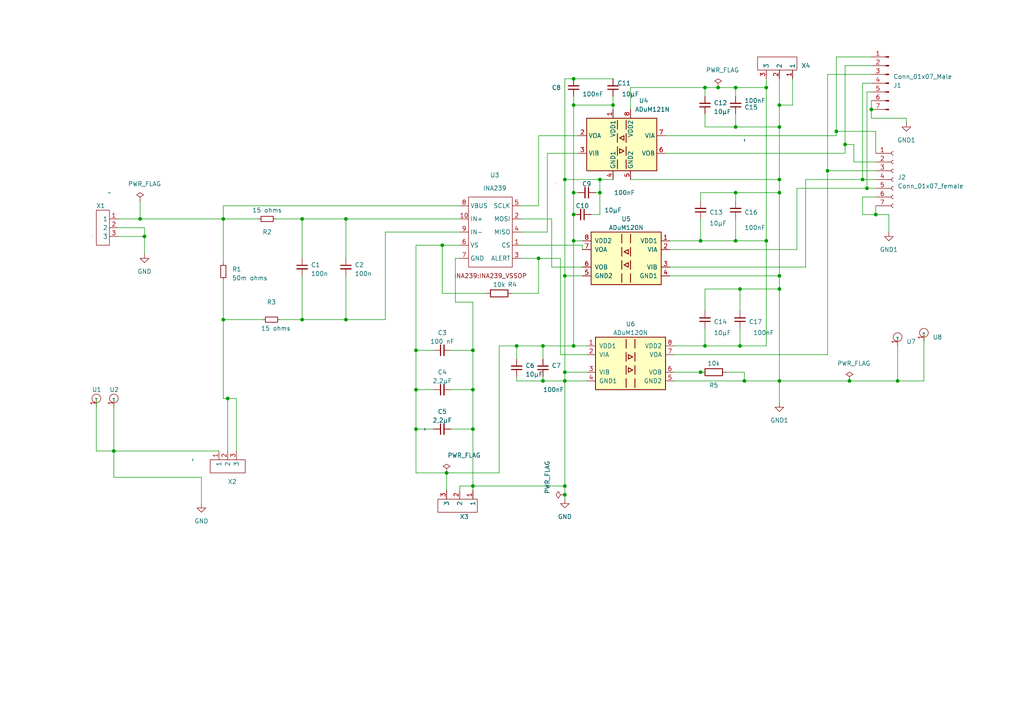
<source format=kicad_sch>
(kicad_sch (version 20230121) (generator eeschema)

  (uuid 5c80f46b-157d-4814-bd49-a14f794ac007)

  (paper "A4")

  (lib_symbols
    (symbol "ADuM120N_1" (pin_names (offset 1.016)) (in_bom yes) (on_board yes)
      (property "Reference" "U6" (at 0 11.43 0)
        (effects (font (size 1.27 1.27)))
      )
      (property "Value" "ADuM120N" (at 0 8.89 0)
        (effects (font (size 1.27 1.27)))
      )
      (property "Footprint" "Package_SO:SOIC-8_3.9x4.9mm_P1.27mm" (at 0 -10.16 0)
        (effects (font (size 1.27 1.27) italic) hide)
      )
      (property "Datasheet" "https://www.analog.com/media/en/technical-documentation/data-sheets/ADuM120N_121N.pdf" (at -11.43 10.16 0)
        (effects (font (size 1.27 1.27)) hide)
      )
      (property "ki_keywords" "Dual-channel digital isolator" (at 0 0 0)
        (effects (font (size 1.27 1.27)) hide)
      )
      (property "ki_description" "Dual-channel digital isolator,1.8 to 5V, 150Mbs, 3kV" (at 0 0 0)
        (effects (font (size 1.27 1.27)) hide)
      )
      (property "ki_fp_filters" "SOIC*3.9x4.9mm*P1.27mm*" (at 0 0 0)
        (effects (font (size 1.27 1.27)) hide)
      )
      (symbol "ADuM120N_1_0_1"
        (rectangle (start -10.16 7.62) (end 10.16 -7.62)
          (stroke (width 0.254) (type default))
          (fill (type background))
        )
        (polyline
          (pts
            (xy -1.27 -4.445)
            (xy -1.27 -6.985)
          )
          (stroke (width 0.254) (type default))
          (fill (type none))
        )
        (polyline
          (pts
            (xy -1.27 -0.635)
            (xy -1.27 -3.175)
          )
          (stroke (width 0.254) (type default))
          (fill (type none))
        )
        (polyline
          (pts
            (xy -1.27 3.175)
            (xy -1.27 0.635)
          )
          (stroke (width 0.254) (type default))
          (fill (type none))
        )
        (polyline
          (pts
            (xy -1.27 6.985)
            (xy -1.27 4.445)
          )
          (stroke (width 0.254) (type default))
          (fill (type none))
        )
        (polyline
          (pts
            (xy 1.27 -4.445)
            (xy 1.27 -6.985)
          )
          (stroke (width 0.254) (type default))
          (fill (type none))
        )
        (polyline
          (pts
            (xy 1.27 -0.635)
            (xy 1.27 -3.175)
          )
          (stroke (width 0.254) (type default))
          (fill (type none))
        )
        (polyline
          (pts
            (xy 1.27 3.175)
            (xy 1.27 0.635)
          )
          (stroke (width 0.254) (type default))
          (fill (type none))
        )
        (polyline
          (pts
            (xy 1.27 6.985)
            (xy 1.27 4.445)
          )
          (stroke (width 0.254) (type default))
          (fill (type none))
        )
        (polyline
          (pts
            (xy -0.635 -1.27)
            (xy -0.635 -2.54)
            (xy 0.635 -1.905)
            (xy -0.635 -1.27)
          )
          (stroke (width 0.254) (type default))
          (fill (type none))
        )
        (polyline
          (pts
            (xy -0.635 1.27)
            (xy 0.635 1.905)
            (xy -0.635 2.54)
            (xy -0.635 1.27)
          )
          (stroke (width 0.254) (type default))
          (fill (type none))
        )
      )
      (symbol "ADuM120N_1_1_1"
        (pin power_in line (at -12.7 5.08 0) (length 2.54)
          (name "VDD1" (effects (font (size 1.27 1.27))))
          (number "1" (effects (font (size 1.27 1.27))))
        )
        (pin input line (at -12.7 2.54 0) (length 2.54)
          (name "VIA" (effects (font (size 1.27 1.27))))
          (number "2" (effects (font (size 1.27 1.27))))
        )
        (pin input line (at -12.7 -2.54 0) (length 2.54)
          (name "VIB" (effects (font (size 1.27 1.27))))
          (number "3" (effects (font (size 1.27 1.27))))
        )
        (pin power_in line (at -12.7 -5.08 0) (length 2.54)
          (name "GND1" (effects (font (size 1.27 1.27))))
          (number "4" (effects (font (size 1.27 1.27))))
        )
        (pin power_in line (at 12.7 -5.08 180) (length 2.54)
          (name "GND2" (effects (font (size 1.27 1.27))))
          (number "5" (effects (font (size 1.27 1.27))))
        )
        (pin output line (at 12.7 -2.54 180) (length 2.54)
          (name "VOB" (effects (font (size 1.27 1.27))))
          (number "6" (effects (font (size 1.27 1.27))))
        )
        (pin output line (at 12.7 2.54 180) (length 2.54)
          (name "VOA" (effects (font (size 1.27 1.27))))
          (number "7" (effects (font (size 1.27 1.27))))
        )
        (pin power_in line (at 12.7 5.08 180) (length 2.54)
          (name "VDD2" (effects (font (size 1.27 1.27))))
          (number "8" (effects (font (size 1.27 1.27))))
        )
      )
    )
    (symbol "Connector:Conn_01x07_Pin" (pin_names (offset 1.016) hide) (in_bom yes) (on_board yes)
      (property "Reference" "J" (at 0 10.16 0)
        (effects (font (size 1.27 1.27)))
      )
      (property "Value" "Conn_01x07_Pin" (at 0 -10.16 0)
        (effects (font (size 1.27 1.27)))
      )
      (property "Footprint" "" (at 0 0 0)
        (effects (font (size 1.27 1.27)) hide)
      )
      (property "Datasheet" "~" (at 0 0 0)
        (effects (font (size 1.27 1.27)) hide)
      )
      (property "ki_locked" "" (at 0 0 0)
        (effects (font (size 1.27 1.27)))
      )
      (property "ki_keywords" "connector" (at 0 0 0)
        (effects (font (size 1.27 1.27)) hide)
      )
      (property "ki_description" "Generic connector, single row, 01x07, script generated" (at 0 0 0)
        (effects (font (size 1.27 1.27)) hide)
      )
      (property "ki_fp_filters" "Connector*:*_1x??_*" (at 0 0 0)
        (effects (font (size 1.27 1.27)) hide)
      )
      (symbol "Conn_01x07_Pin_1_1"
        (polyline
          (pts
            (xy 1.27 -7.62)
            (xy 0.8636 -7.62)
          )
          (stroke (width 0.1524) (type default))
          (fill (type none))
        )
        (polyline
          (pts
            (xy 1.27 -5.08)
            (xy 0.8636 -5.08)
          )
          (stroke (width 0.1524) (type default))
          (fill (type none))
        )
        (polyline
          (pts
            (xy 1.27 -2.54)
            (xy 0.8636 -2.54)
          )
          (stroke (width 0.1524) (type default))
          (fill (type none))
        )
        (polyline
          (pts
            (xy 1.27 0)
            (xy 0.8636 0)
          )
          (stroke (width 0.1524) (type default))
          (fill (type none))
        )
        (polyline
          (pts
            (xy 1.27 2.54)
            (xy 0.8636 2.54)
          )
          (stroke (width 0.1524) (type default))
          (fill (type none))
        )
        (polyline
          (pts
            (xy 1.27 5.08)
            (xy 0.8636 5.08)
          )
          (stroke (width 0.1524) (type default))
          (fill (type none))
        )
        (polyline
          (pts
            (xy 1.27 7.62)
            (xy 0.8636 7.62)
          )
          (stroke (width 0.1524) (type default))
          (fill (type none))
        )
        (rectangle (start 0.8636 -7.493) (end 0 -7.747)
          (stroke (width 0.1524) (type default))
          (fill (type outline))
        )
        (rectangle (start 0.8636 -4.953) (end 0 -5.207)
          (stroke (width 0.1524) (type default))
          (fill (type outline))
        )
        (rectangle (start 0.8636 -2.413) (end 0 -2.667)
          (stroke (width 0.1524) (type default))
          (fill (type outline))
        )
        (rectangle (start 0.8636 0.127) (end 0 -0.127)
          (stroke (width 0.1524) (type default))
          (fill (type outline))
        )
        (rectangle (start 0.8636 2.667) (end 0 2.413)
          (stroke (width 0.1524) (type default))
          (fill (type outline))
        )
        (rectangle (start 0.8636 5.207) (end 0 4.953)
          (stroke (width 0.1524) (type default))
          (fill (type outline))
        )
        (rectangle (start 0.8636 7.747) (end 0 7.493)
          (stroke (width 0.1524) (type default))
          (fill (type outline))
        )
        (pin passive line (at 5.08 7.62 180) (length 3.81)
          (name "Pin_1" (effects (font (size 1.27 1.27))))
          (number "1" (effects (font (size 1.27 1.27))))
        )
        (pin passive line (at 5.08 5.08 180) (length 3.81)
          (name "Pin_2" (effects (font (size 1.27 1.27))))
          (number "2" (effects (font (size 1.27 1.27))))
        )
        (pin passive line (at 5.08 2.54 180) (length 3.81)
          (name "Pin_3" (effects (font (size 1.27 1.27))))
          (number "3" (effects (font (size 1.27 1.27))))
        )
        (pin passive line (at 5.08 0 180) (length 3.81)
          (name "Pin_4" (effects (font (size 1.27 1.27))))
          (number "4" (effects (font (size 1.27 1.27))))
        )
        (pin passive line (at 5.08 -2.54 180) (length 3.81)
          (name "Pin_5" (effects (font (size 1.27 1.27))))
          (number "5" (effects (font (size 1.27 1.27))))
        )
        (pin passive line (at 5.08 -5.08 180) (length 3.81)
          (name "Pin_6" (effects (font (size 1.27 1.27))))
          (number "6" (effects (font (size 1.27 1.27))))
        )
        (pin passive line (at 5.08 -7.62 180) (length 3.81)
          (name "Pin_7" (effects (font (size 1.27 1.27))))
          (number "7" (effects (font (size 1.27 1.27))))
        )
      )
    )
    (symbol "Connector:Conn_01x07_Socket" (pin_names (offset 1.016) hide) (in_bom yes) (on_board yes)
      (property "Reference" "J" (at 0 10.16 0)
        (effects (font (size 1.27 1.27)))
      )
      (property "Value" "Conn_01x07_Socket" (at 0 -10.16 0)
        (effects (font (size 1.27 1.27)))
      )
      (property "Footprint" "" (at 0 0 0)
        (effects (font (size 1.27 1.27)) hide)
      )
      (property "Datasheet" "~" (at 0 0 0)
        (effects (font (size 1.27 1.27)) hide)
      )
      (property "ki_locked" "" (at 0 0 0)
        (effects (font (size 1.27 1.27)))
      )
      (property "ki_keywords" "connector" (at 0 0 0)
        (effects (font (size 1.27 1.27)) hide)
      )
      (property "ki_description" "Generic connector, single row, 01x07, script generated" (at 0 0 0)
        (effects (font (size 1.27 1.27)) hide)
      )
      (property "ki_fp_filters" "Connector*:*_1x??_*" (at 0 0 0)
        (effects (font (size 1.27 1.27)) hide)
      )
      (symbol "Conn_01x07_Socket_1_1"
        (arc (start 0 -7.112) (mid -0.5058 -7.62) (end 0 -8.128)
          (stroke (width 0.1524) (type default))
          (fill (type none))
        )
        (arc (start 0 -4.572) (mid -0.5058 -5.08) (end 0 -5.588)
          (stroke (width 0.1524) (type default))
          (fill (type none))
        )
        (arc (start 0 -2.032) (mid -0.5058 -2.54) (end 0 -3.048)
          (stroke (width 0.1524) (type default))
          (fill (type none))
        )
        (polyline
          (pts
            (xy -1.27 -7.62)
            (xy -0.508 -7.62)
          )
          (stroke (width 0.1524) (type default))
          (fill (type none))
        )
        (polyline
          (pts
            (xy -1.27 -5.08)
            (xy -0.508 -5.08)
          )
          (stroke (width 0.1524) (type default))
          (fill (type none))
        )
        (polyline
          (pts
            (xy -1.27 -2.54)
            (xy -0.508 -2.54)
          )
          (stroke (width 0.1524) (type default))
          (fill (type none))
        )
        (polyline
          (pts
            (xy -1.27 0)
            (xy -0.508 0)
          )
          (stroke (width 0.1524) (type default))
          (fill (type none))
        )
        (polyline
          (pts
            (xy -1.27 2.54)
            (xy -0.508 2.54)
          )
          (stroke (width 0.1524) (type default))
          (fill (type none))
        )
        (polyline
          (pts
            (xy -1.27 5.08)
            (xy -0.508 5.08)
          )
          (stroke (width 0.1524) (type default))
          (fill (type none))
        )
        (polyline
          (pts
            (xy -1.27 7.62)
            (xy -0.508 7.62)
          )
          (stroke (width 0.1524) (type default))
          (fill (type none))
        )
        (arc (start 0 0.508) (mid -0.5058 0) (end 0 -0.508)
          (stroke (width 0.1524) (type default))
          (fill (type none))
        )
        (arc (start 0 3.048) (mid -0.5058 2.54) (end 0 2.032)
          (stroke (width 0.1524) (type default))
          (fill (type none))
        )
        (arc (start 0 5.588) (mid -0.5058 5.08) (end 0 4.572)
          (stroke (width 0.1524) (type default))
          (fill (type none))
        )
        (arc (start 0 8.128) (mid -0.5058 7.62) (end 0 7.112)
          (stroke (width 0.1524) (type default))
          (fill (type none))
        )
        (pin passive line (at -5.08 7.62 0) (length 3.81)
          (name "Pin_1" (effects (font (size 1.27 1.27))))
          (number "1" (effects (font (size 1.27 1.27))))
        )
        (pin passive line (at -5.08 5.08 0) (length 3.81)
          (name "Pin_2" (effects (font (size 1.27 1.27))))
          (number "2" (effects (font (size 1.27 1.27))))
        )
        (pin passive line (at -5.08 2.54 0) (length 3.81)
          (name "Pin_3" (effects (font (size 1.27 1.27))))
          (number "3" (effects (font (size 1.27 1.27))))
        )
        (pin passive line (at -5.08 0 0) (length 3.81)
          (name "Pin_4" (effects (font (size 1.27 1.27))))
          (number "4" (effects (font (size 1.27 1.27))))
        )
        (pin passive line (at -5.08 -2.54 0) (length 3.81)
          (name "Pin_5" (effects (font (size 1.27 1.27))))
          (number "5" (effects (font (size 1.27 1.27))))
        )
        (pin passive line (at -5.08 -5.08 0) (length 3.81)
          (name "Pin_6" (effects (font (size 1.27 1.27))))
          (number "6" (effects (font (size 1.27 1.27))))
        )
        (pin passive line (at -5.08 -7.62 0) (length 3.81)
          (name "Pin_7" (effects (font (size 1.27 1.27))))
          (number "7" (effects (font (size 1.27 1.27))))
        )
      )
    )
    (symbol "Device:C_Small" (pin_numbers hide) (pin_names (offset 0.254) hide) (in_bom yes) (on_board yes)
      (property "Reference" "C" (at 0.254 1.778 0)
        (effects (font (size 1.27 1.27)) (justify left))
      )
      (property "Value" "C_Small" (at 0.254 -2.032 0)
        (effects (font (size 1.27 1.27)) (justify left))
      )
      (property "Footprint" "" (at 0 0 0)
        (effects (font (size 1.27 1.27)) hide)
      )
      (property "Datasheet" "~" (at 0 0 0)
        (effects (font (size 1.27 1.27)) hide)
      )
      (property "ki_keywords" "capacitor cap" (at 0 0 0)
        (effects (font (size 1.27 1.27)) hide)
      )
      (property "ki_description" "Unpolarized capacitor, small symbol" (at 0 0 0)
        (effects (font (size 1.27 1.27)) hide)
      )
      (property "ki_fp_filters" "C_*" (at 0 0 0)
        (effects (font (size 1.27 1.27)) hide)
      )
      (symbol "C_Small_0_1"
        (polyline
          (pts
            (xy -1.524 -0.508)
            (xy 1.524 -0.508)
          )
          (stroke (width 0.3302) (type default))
          (fill (type none))
        )
        (polyline
          (pts
            (xy -1.524 0.508)
            (xy 1.524 0.508)
          )
          (stroke (width 0.3048) (type default))
          (fill (type none))
        )
      )
      (symbol "C_Small_1_1"
        (pin passive line (at 0 2.54 270) (length 2.032)
          (name "~" (effects (font (size 1.27 1.27))))
          (number "1" (effects (font (size 1.27 1.27))))
        )
        (pin passive line (at 0 -2.54 90) (length 2.032)
          (name "~" (effects (font (size 1.27 1.27))))
          (number "2" (effects (font (size 1.27 1.27))))
        )
      )
    )
    (symbol "Device:R" (pin_numbers hide) (pin_names (offset 0)) (in_bom yes) (on_board yes)
      (property "Reference" "R" (at 2.032 0 90)
        (effects (font (size 1.27 1.27)))
      )
      (property "Value" "R" (at 0 0 90)
        (effects (font (size 1.27 1.27)))
      )
      (property "Footprint" "" (at -1.778 0 90)
        (effects (font (size 1.27 1.27)) hide)
      )
      (property "Datasheet" "~" (at 0 0 0)
        (effects (font (size 1.27 1.27)) hide)
      )
      (property "ki_keywords" "R res resistor" (at 0 0 0)
        (effects (font (size 1.27 1.27)) hide)
      )
      (property "ki_description" "Resistor" (at 0 0 0)
        (effects (font (size 1.27 1.27)) hide)
      )
      (property "ki_fp_filters" "R_*" (at 0 0 0)
        (effects (font (size 1.27 1.27)) hide)
      )
      (symbol "R_0_1"
        (rectangle (start -1.016 -2.54) (end 1.016 2.54)
          (stroke (width 0.254) (type default))
          (fill (type none))
        )
      )
      (symbol "R_1_1"
        (pin passive line (at 0 3.81 270) (length 1.27)
          (name "~" (effects (font (size 1.27 1.27))))
          (number "1" (effects (font (size 1.27 1.27))))
        )
        (pin passive line (at 0 -3.81 90) (length 1.27)
          (name "~" (effects (font (size 1.27 1.27))))
          (number "2" (effects (font (size 1.27 1.27))))
        )
      )
    )
    (symbol "Device:R_Small" (pin_numbers hide) (pin_names (offset 0.254) hide) (in_bom yes) (on_board yes)
      (property "Reference" "R" (at 0.762 0.508 0)
        (effects (font (size 1.27 1.27)) (justify left))
      )
      (property "Value" "R_Small" (at 0.762 -1.016 0)
        (effects (font (size 1.27 1.27)) (justify left))
      )
      (property "Footprint" "" (at 0 0 0)
        (effects (font (size 1.27 1.27)) hide)
      )
      (property "Datasheet" "~" (at 0 0 0)
        (effects (font (size 1.27 1.27)) hide)
      )
      (property "ki_keywords" "R resistor" (at 0 0 0)
        (effects (font (size 1.27 1.27)) hide)
      )
      (property "ki_description" "Resistor, small symbol" (at 0 0 0)
        (effects (font (size 1.27 1.27)) hide)
      )
      (property "ki_fp_filters" "R_*" (at 0 0 0)
        (effects (font (size 1.27 1.27)) hide)
      )
      (symbol "R_Small_0_1"
        (rectangle (start -0.762 1.778) (end 0.762 -1.778)
          (stroke (width 0.2032) (type default))
          (fill (type none))
        )
      )
      (symbol "R_Small_1_1"
        (pin passive line (at 0 2.54 270) (length 0.762)
          (name "~" (effects (font (size 1.27 1.27))))
          (number "1" (effects (font (size 1.27 1.27))))
        )
        (pin passive line (at 0 -2.54 90) (length 0.762)
          (name "~" (effects (font (size 1.27 1.27))))
          (number "2" (effects (font (size 1.27 1.27))))
        )
      )
    )
    (symbol "Isolator:ADuM120N" (pin_names (offset 1.016)) (in_bom yes) (on_board yes)
      (property "Reference" "U5" (at 7.62 11.43 0)
        (effects (font (size 1.27 1.27)))
      )
      (property "Value" "ADuM120N" (at 5.08 8.89 0)
        (effects (font (size 1.27 1.27)))
      )
      (property "Footprint" "Package_SO:SOIC-8_3.9x4.9mm_P1.27mm" (at 0 -10.16 0)
        (effects (font (size 1.27 1.27) italic) hide)
      )
      (property "Datasheet" "https://www.analog.com/media/en/technical-documentation/data-sheets/ADuM120N_121N.pdf" (at 11.43 10.16 0)
        (effects (font (size 1.27 1.27)) hide)
      )
      (property "ki_keywords" "Dual-channel digital isolator" (at 0 0 0)
        (effects (font (size 1.27 1.27)) hide)
      )
      (property "ki_description" "Dual-channel digital isolator,1.8 to 5V, 150Mbs, 3kV" (at 0 0 0)
        (effects (font (size 1.27 1.27)) hide)
      )
      (property "ki_fp_filters" "SOIC*3.9x4.9mm*P1.27mm*" (at 0 0 0)
        (effects (font (size 1.27 1.27)) hide)
      )
      (symbol "ADuM120N_0_1"
        (rectangle (start -10.16 7.62) (end 10.16 -7.62)
          (stroke (width 0.254) (type default))
          (fill (type background))
        )
        (polyline
          (pts
            (xy -1.27 -4.445)
            (xy -1.27 -6.985)
          )
          (stroke (width 0.254) (type default))
          (fill (type none))
        )
        (polyline
          (pts
            (xy -1.27 -0.635)
            (xy -1.27 -3.175)
          )
          (stroke (width 0.254) (type default))
          (fill (type none))
        )
        (polyline
          (pts
            (xy -1.27 3.175)
            (xy -1.27 0.635)
          )
          (stroke (width 0.254) (type default))
          (fill (type none))
        )
        (polyline
          (pts
            (xy -1.27 6.985)
            (xy -1.27 4.445)
          )
          (stroke (width 0.254) (type default))
          (fill (type none))
        )
        (polyline
          (pts
            (xy 1.27 -4.445)
            (xy 1.27 -6.985)
          )
          (stroke (width 0.254) (type default))
          (fill (type none))
        )
        (polyline
          (pts
            (xy 1.27 -0.635)
            (xy 1.27 -3.175)
          )
          (stroke (width 0.254) (type default))
          (fill (type none))
        )
        (polyline
          (pts
            (xy 1.27 3.175)
            (xy 1.27 0.635)
          )
          (stroke (width 0.254) (type default))
          (fill (type none))
        )
        (polyline
          (pts
            (xy 1.27 6.985)
            (xy 1.27 4.445)
          )
          (stroke (width 0.254) (type default))
          (fill (type none))
        )
        (polyline
          (pts
            (xy -0.635 -1.27)
            (xy -0.635 -2.54)
            (xy 0.635 -1.905)
            (xy -0.635 -1.27)
          )
          (stroke (width 0.254) (type default))
          (fill (type none))
        )
        (polyline
          (pts
            (xy -0.635 1.27)
            (xy 0.635 1.905)
            (xy -0.635 2.54)
            (xy -0.635 1.27)
          )
          (stroke (width 0.254) (type default))
          (fill (type none))
        )
      )
      (symbol "ADuM120N_1_1"
        (pin power_in line (at -12.7 5.08 0) (length 2.54)
          (name "VDD1" (effects (font (size 1.27 1.27))))
          (number "1" (effects (font (size 1.27 1.27))))
        )
        (pin input line (at -12.7 2.54 0) (length 2.54)
          (name "VIA" (effects (font (size 1.27 1.27))))
          (number "2" (effects (font (size 1.27 1.27))))
        )
        (pin input line (at -12.7 -2.54 0) (length 2.54)
          (name "VIB" (effects (font (size 1.27 1.27))))
          (number "3" (effects (font (size 1.27 1.27))))
        )
        (pin power_out line (at -12.7 -5.08 0) (length 2.54)
          (name "GND1" (effects (font (size 1.27 1.27))))
          (number "4" (effects (font (size 1.27 1.27))))
        )
        (pin power_in line (at 12.7 -5.08 180) (length 2.54)
          (name "GND2" (effects (font (size 1.27 1.27))))
          (number "5" (effects (font (size 1.27 1.27))))
        )
        (pin output line (at 12.7 -2.54 180) (length 2.54)
          (name "VOB" (effects (font (size 1.27 1.27))))
          (number "6" (effects (font (size 1.27 1.27))))
        )
        (pin output line (at 12.7 2.54 180) (length 2.54)
          (name "VOA" (effects (font (size 1.27 1.27))))
          (number "7" (effects (font (size 1.27 1.27))))
        )
        (pin power_in line (at 12.7 5.08 180) (length 2.54)
          (name "VDD2" (effects (font (size 1.27 1.27))))
          (number "8" (effects (font (size 1.27 1.27))))
        )
      )
    )
    (symbol "Isolator:ADuM121N" (in_bom yes) (on_board yes)
      (property "Reference" "U4" (at 6.35 12.7 0)
        (effects (font (size 1.27 1.27)))
      )
      (property "Value" "ADuM121N" (at 8.89 10.16 0)
        (effects (font (size 1.27 1.27)))
      )
      (property "Footprint" "Package_SO:SOIC-8_3.9x4.9mm_P1.27mm" (at 0 -17.78 0)
        (effects (font (size 1.27 1.27) italic) hide)
      )
      (property "Datasheet" "https://www.analog.com/media/en/technical-documentation/data-sheets/ADuM120N_121N.pdf" (at -11.43 10.16 0)
        (effects (font (size 1.27 1.27)) hide)
      )
      (property "ki_keywords" "Dual-channel digital isolator" (at 0 0 0)
        (effects (font (size 1.27 1.27)) hide)
      )
      (property "ki_description" "Dual-channel digital isolator,1.8 to 5V, 150Mbs, 3kV" (at 0 0 0)
        (effects (font (size 1.27 1.27)) hide)
      )
      (property "ki_fp_filters" "SOIC*3.9x4.9mm*P1.27mm*" (at 0 0 0)
        (effects (font (size 1.27 1.27)) hide)
      )
      (symbol "ADuM121N_0_1"
        (rectangle (start -10.16 7.62) (end 10.16 -7.62)
          (stroke (width 0.254) (type default))
          (fill (type background))
        )
        (polyline
          (pts
            (xy -1.27 -4.445)
            (xy -1.27 -6.985)
          )
          (stroke (width 0.254) (type default))
          (fill (type none))
        )
        (polyline
          (pts
            (xy -1.27 -0.635)
            (xy -1.27 -3.175)
          )
          (stroke (width 0.254) (type default))
          (fill (type none))
        )
        (polyline
          (pts
            (xy -1.27 3.175)
            (xy -1.27 0.635)
          )
          (stroke (width 0.254) (type default))
          (fill (type none))
        )
        (polyline
          (pts
            (xy -1.27 6.985)
            (xy -1.27 4.445)
          )
          (stroke (width 0.254) (type default))
          (fill (type none))
        )
        (polyline
          (pts
            (xy 1.27 -4.445)
            (xy 1.27 -6.985)
          )
          (stroke (width 0.254) (type default))
          (fill (type none))
        )
        (polyline
          (pts
            (xy 1.27 -0.635)
            (xy 1.27 -3.175)
          )
          (stroke (width 0.254) (type default))
          (fill (type none))
        )
        (polyline
          (pts
            (xy 1.27 3.175)
            (xy 1.27 0.635)
          )
          (stroke (width 0.254) (type default))
          (fill (type none))
        )
        (polyline
          (pts
            (xy 1.27 6.985)
            (xy 1.27 4.445)
          )
          (stroke (width 0.254) (type default))
          (fill (type none))
        )
        (polyline
          (pts
            (xy -0.635 -1.27)
            (xy -0.635 -2.54)
            (xy 0.635 -1.905)
            (xy -0.635 -1.27)
          )
          (stroke (width 0.254) (type default))
          (fill (type none))
        )
        (polyline
          (pts
            (xy 0.635 1.27)
            (xy -0.635 1.905)
            (xy 0.635 2.54)
            (xy 0.635 1.27)
          )
          (stroke (width 0.254) (type default))
          (fill (type none))
        )
      )
      (symbol "ADuM121N_1_1"
        (pin power_in line (at -2.54 10.16 270) (length 2.54)
          (name "VDD1" (effects (font (size 1.27 1.27))))
          (number "1" (effects (font (size 1.27 1.27))))
        )
        (pin output line (at -12.7 2.54 0) (length 2.54)
          (name "VOA" (effects (font (size 1.27 1.27))))
          (number "2" (effects (font (size 1.27 1.27))))
        )
        (pin input line (at -12.7 -2.54 0) (length 2.54)
          (name "VIB" (effects (font (size 1.27 1.27))))
          (number "3" (effects (font (size 1.27 1.27))))
        )
        (pin output line (at -2.54 -10.16 90) (length 2.54)
          (name "GND1" (effects (font (size 1.27 1.27))))
          (number "4" (effects (font (size 1.27 1.27))))
        )
        (pin power_in line (at 2.54 -10.16 90) (length 2.54)
          (name "GND2" (effects (font (size 1.27 1.27))))
          (number "5" (effects (font (size 1.27 1.27))))
        )
        (pin output line (at 12.7 -2.54 180) (length 2.54)
          (name "VOB" (effects (font (size 1.27 1.27))))
          (number "6" (effects (font (size 1.27 1.27))))
        )
        (pin input line (at 12.7 2.54 180) (length 2.54)
          (name "VIA" (effects (font (size 1.27 1.27))))
          (number "7" (effects (font (size 1.27 1.27))))
        )
        (pin power_out line (at 2.54 10.16 270) (length 2.54)
          (name "VDD2" (effects (font (size 1.27 1.27))))
          (number "8" (effects (font (size 1.27 1.27))))
        )
      )
    )
    (symbol "New_Library_INA239_VSSOP:INA239_VSSOP" (in_bom yes) (on_board yes)
      (property "Reference" "U3" (at 26.67 13.97 0)
        (effects (font (size 1.27 1.27)))
      )
      (property "Value" "INA239" (at 26.67 10.16 0)
        (effects (font (size 1.27 1.27)))
      )
      (property "Footprint" "" (at 25.4 11.43 0)
        (effects (font (size 1.27 1.27)) hide)
      )
      (property "Datasheet" "" (at 25.4 11.43 0)
        (effects (font (size 1.27 1.27)) hide)
      )
      (symbol "INA239_VSSOP_1_1"
        (rectangle (start 19.05 7.62) (end 31.75 -12.7)
          (stroke (width 0) (type default))
          (fill (type none))
        )
        (rectangle (start 44.45 11.43) (end 44.45 11.43)
          (stroke (width 0) (type default))
          (fill (type none))
        )
        (text "INA239:INA239_VSSOP" (at 25.4 -15.24 0)
          (effects (font (size 1.27 1.27)))
        )
        (pin input line (at 34.29 -6.35 180) (length 2.54)
          (name "CS" (effects (font (size 1.27 1.27))))
          (number "1" (effects (font (size 1.27 1.27))))
        )
        (pin input line (at 16.51 1.27 0) (length 2.54)
          (name "IN+" (effects (font (size 1.27 1.27))))
          (number "10" (effects (font (size 1.27 1.27))))
        )
        (pin input line (at 34.29 1.27 180) (length 2.54)
          (name "MOSI" (effects (font (size 1.27 1.27))))
          (number "2" (effects (font (size 1.27 1.27))))
        )
        (pin output line (at 34.29 -10.16 180) (length 2.54)
          (name "ALERT" (effects (font (size 1.27 1.27))))
          (number "3" (effects (font (size 1.27 1.27))))
        )
        (pin output line (at 34.29 -2.54 180) (length 2.54)
          (name "MISO" (effects (font (size 1.27 1.27))))
          (number "4" (effects (font (size 1.27 1.27))))
        )
        (pin input line (at 34.29 5.08 180) (length 2.54)
          (name "SCLK" (effects (font (size 1.27 1.27))))
          (number "5" (effects (font (size 1.27 1.27))))
        )
        (pin power_in line (at 16.51 -6.35 0) (length 2.54)
          (name "VS" (effects (font (size 1.27 1.27))))
          (number "6" (effects (font (size 1.27 1.27))))
        )
        (pin input line (at 16.51 -10.16 0) (length 2.54)
          (name "GND" (effects (font (size 1.27 1.27))))
          (number "7" (effects (font (size 1.27 1.27))))
        )
        (pin input line (at 16.51 5.08 0) (length 2.54)
          (name "VBUS" (effects (font (size 1.27 1.27))))
          (number "8" (effects (font (size 1.27 1.27))))
        )
        (pin input line (at 16.51 -2.54 0) (length 2.54)
          (name "IN-" (effects (font (size 1.27 1.27))))
          (number "9" (effects (font (size 1.27 1.27))))
        )
      )
    )
    (symbol "New_Library_INA239_VSSOP:input" (in_bom yes) (on_board yes)
      (property "Reference" "X1" (at -2.54 -3.81 0)
        (effects (font (size 1.27 1.27)))
      )
      (property "Value" "~" (at 0 0 0)
        (effects (font (size 1.27 1.27)))
      )
      (property "Footprint" "" (at 0 0 0)
        (effects (font (size 1.27 1.27)) hide)
      )
      (property "Datasheet" "" (at 0 0 0)
        (effects (font (size 1.27 1.27)) hide)
      )
      (symbol "input_0_1"
        (rectangle (start -5.08 -12.7) (end -5.08 -12.7)
          (stroke (width 0) (type default))
          (fill (type none))
        )
        (rectangle (start -3.81 -5.08) (end 0 -15.24)
          (stroke (width 0) (type default))
          (fill (type none))
        )
      )
      (symbol "input_1_1"
        (pin input line (at 2.54 -7.62 180) (length 2.54)
          (name "1" (effects (font (size 1.27 1.27))))
          (number "1" (effects (font (size 1.27 1.27))))
        )
        (pin input line (at 2.54 -10.16 180) (length 2.54)
          (name "2" (effects (font (size 1.27 1.27))))
          (number "2" (effects (font (size 1.27 1.27))))
        )
        (pin input line (at 2.54 -12.7 180) (length 2.54)
          (name "3" (effects (font (size 1.27 1.27))))
          (number "3" (effects (font (size 1.27 1.27))))
        )
      )
    )
    (symbol "PWR_FLAG_1" (power) (pin_numbers hide) (pin_names (offset 0) hide) (in_bom yes) (on_board yes)
      (property "Reference" "#FLG03" (at 0 1.905 0)
        (effects (font (size 1.27 1.27)) hide)
      )
      (property "Value" "PWR_FLAG_1" (at 1.27 5.08 0)
        (effects (font (size 1.27 1.27)))
      )
      (property "Footprint" "" (at 0 0 0)
        (effects (font (size 1.27 1.27)) hide)
      )
      (property "Datasheet" "~" (at 0 0 0)
        (effects (font (size 1.27 1.27)) hide)
      )
      (property "ki_keywords" "flag power" (at 0 0 0)
        (effects (font (size 1.27 1.27)) hide)
      )
      (property "ki_description" "Special symbol for telling ERC where power comes from" (at 0 0 0)
        (effects (font (size 1.27 1.27)) hide)
      )
      (symbol "PWR_FLAG_1_0_1"
        (polyline
          (pts
            (xy 0 0)
            (xy 0 1.27)
            (xy -1.016 1.905)
            (xy 0 2.54)
            (xy 1.016 1.905)
            (xy 0 1.27)
          )
          (stroke (width 0) (type default))
          (fill (type none))
        )
      )
      (symbol "PWR_FLAG_1_1_0"
        (pin input line (at 0 0 90) (length 0)
          (name "pwr" (effects (font (size 1.27 1.27))))
          (number "1" (effects (font (size 1.27 1.27))))
        )
      )
    )
    (symbol "PWR_FLAG_2" (power) (pin_numbers hide) (pin_names (offset 0) hide) (in_bom yes) (on_board yes)
      (property "Reference" "#FLG01" (at 0 1.905 0)
        (effects (font (size 1.27 1.27)) hide)
      )
      (property "Value" "PWR_FLAG" (at 0 3.81 0)
        (effects (font (size 1.27 1.27)))
      )
      (property "Footprint" "" (at 0 0 0)
        (effects (font (size 1.27 1.27)) hide)
      )
      (property "Datasheet" "~" (at 0 0 0)
        (effects (font (size 1.27 1.27)) hide)
      )
      (property "ki_keywords" "flag power" (at 0 0 0)
        (effects (font (size 1.27 1.27)) hide)
      )
      (property "ki_description" "Special symbol for telling ERC where power comes from" (at 0 0 0)
        (effects (font (size 1.27 1.27)) hide)
      )
      (symbol "PWR_FLAG_2_0_1"
        (polyline
          (pts
            (xy 0 0)
            (xy 0 1.27)
            (xy -1.016 1.905)
            (xy 0 2.54)
            (xy 1.016 1.905)
            (xy 0 1.27)
          )
          (stroke (width 0) (type default))
          (fill (type none))
        )
      )
      (symbol "PWR_FLAG_2_1_0"
        (pin power_in line (at 0 0 90) (length 0)
          (name "pwr" (effects (font (size 1.27 1.27))))
          (number "1" (effects (font (size 1.27 1.27))))
        )
      )
    )
    (symbol "RTM1_3:RTM1_3" (in_bom yes) (on_board yes)
      (property "Reference" "U" (at 0 6.35 0)
        (effects (font (size 1.27 1.27)))
      )
      (property "Value" "" (at 0 0 0)
        (effects (font (size 1.27 1.27)))
      )
      (property "Footprint" "" (at 0 0 0)
        (effects (font (size 1.27 1.27)) hide)
      )
      (property "Datasheet" "" (at 0 0 0)
        (effects (font (size 1.27 1.27)) hide)
      )
      (symbol "RTM1_3_0_1"
        (circle (center 0 0) (radius 1.27)
          (stroke (width 0) (type default))
          (fill (type none))
        )
      )
      (symbol "RTM1_3_1_1"
        (pin input line (at 0 0 270) (length 2.54)
          (name "" (effects (font (size 1.27 1.27))))
          (number "1" (effects (font (size 1.27 1.27))))
        )
      )
    )
    (symbol "input_1" (in_bom yes) (on_board yes)
      (property "Reference" "X4" (at 16.51 22.86 90)
        (effects (font (size 1.27 1.27)) (justify right))
      )
      (property "Value" "~" (at 0 0 0)
        (effects (font (size 1.27 1.27)))
      )
      (property "Footprint" "" (at 0 0 0)
        (effects (font (size 1.27 1.27)) hide)
      )
      (property "Datasheet" "" (at 0 0 0)
        (effects (font (size 1.27 1.27)) hide)
      )
      (symbol "input_1_0_1"
        (rectangle (start -24.13 -3.81) (end -20.32 -15.24)
          (stroke (width 0) (type default))
          (fill (type none))
        )
      )
      (symbol "input_1_1_1"
        (pin input line (at -17.78 -13.97 180) (length 2.54)
          (name "1" (effects (font (size 1.27 1.27))))
          (number "1" (effects (font (size 1.27 1.27))))
        )
        (pin input line (at -17.78 -10.16 180) (length 2.54)
          (name "2" (effects (font (size 1.27 1.27))))
          (number "2" (effects (font (size 1.27 1.27))))
        )
        (pin input line (at -17.78 -6.35 180) (length 2.54)
          (name "3" (effects (font (size 1.27 1.27))))
          (number "3" (effects (font (size 1.27 1.27))))
        )
      )
    )
    (symbol "input_2" (in_bom yes) (on_board yes)
      (property "Reference" "X3" (at 16.51 -22.86 90)
        (effects (font (size 1.27 1.27)) (justify right))
      )
      (property "Value" "~" (at 0 0 0)
        (effects (font (size 1.27 1.27)))
      )
      (property "Footprint" "" (at 0 0 0)
        (effects (font (size 1.27 1.27)) hide)
      )
      (property "Datasheet" "" (at 0 0 0)
        (effects (font (size 1.27 1.27)) hide)
      )
      (symbol "input_2_0_1"
        (rectangle (start -24.13 -3.81) (end -20.32 -15.24)
          (stroke (width 0) (type default))
          (fill (type none))
        )
      )
      (symbol "input_2_1_1"
        (pin input line (at -17.78 -13.97 180) (length 2.54)
          (name "1" (effects (font (size 1.27 1.27))))
          (number "1" (effects (font (size 1.27 1.27))))
        )
        (pin input line (at -17.78 -10.16 180) (length 2.54)
          (name "2" (effects (font (size 1.27 1.27))))
          (number "2" (effects (font (size 1.27 1.27))))
        )
        (pin input line (at -17.78 -6.35 180) (length 2.54)
          (name "3" (effects (font (size 1.27 1.27))))
          (number "3" (effects (font (size 1.27 1.27))))
        )
      )
    )
    (symbol "input_3" (in_bom yes) (on_board yes)
      (property "Reference" "X2" (at 16.51 -3.175 90)
        (effects (font (size 1.27 1.27)) (justify right))
      )
      (property "Value" "~" (at 0 0 0)
        (effects (font (size 1.27 1.27)))
      )
      (property "Footprint" "" (at 0 0 0)
        (effects (font (size 1.27 1.27)) hide)
      )
      (property "Datasheet" "" (at 0 0 0)
        (effects (font (size 1.27 1.27)) hide)
      )
      (symbol "input_3_0_1"
        (rectangle (start -5.08 -12.7) (end -5.08 -12.7)
          (stroke (width 0) (type default))
          (fill (type none))
        )
        (rectangle (start -3.81 -5.08) (end 0 -15.24)
          (stroke (width 0) (type default))
          (fill (type none))
        )
      )
      (symbol "input_3_1_1"
        (pin input line (at 2.54 -7.62 180) (length 2.54)
          (name "1" (effects (font (size 1.27 1.27))))
          (number "1" (effects (font (size 1.27 1.27))))
        )
        (pin input line (at 2.54 -10.16 180) (length 2.54)
          (name "2" (effects (font (size 1.27 1.27))))
          (number "2" (effects (font (size 1.27 1.27))))
        )
        (pin input line (at 2.54 -12.7 180) (length 2.54)
          (name "3" (effects (font (size 1.27 1.27))))
          (number "3" (effects (font (size 1.27 1.27))))
        )
      )
    )
    (symbol "power:GND" (power) (pin_names (offset 0)) (in_bom yes) (on_board yes)
      (property "Reference" "#PWR" (at 0 -6.35 0)
        (effects (font (size 1.27 1.27)) hide)
      )
      (property "Value" "GND" (at 0 -3.81 0)
        (effects (font (size 1.27 1.27)))
      )
      (property "Footprint" "" (at 0 0 0)
        (effects (font (size 1.27 1.27)) hide)
      )
      (property "Datasheet" "" (at 0 0 0)
        (effects (font (size 1.27 1.27)) hide)
      )
      (property "ki_keywords" "global power" (at 0 0 0)
        (effects (font (size 1.27 1.27)) hide)
      )
      (property "ki_description" "Power symbol creates a global label with name \"GND\" , ground" (at 0 0 0)
        (effects (font (size 1.27 1.27)) hide)
      )
      (symbol "GND_0_1"
        (polyline
          (pts
            (xy 0 0)
            (xy 0 -1.27)
            (xy 1.27 -1.27)
            (xy 0 -2.54)
            (xy -1.27 -1.27)
            (xy 0 -1.27)
          )
          (stroke (width 0) (type default))
          (fill (type none))
        )
      )
      (symbol "GND_1_1"
        (pin power_in line (at 0 0 270) (length 0) hide
          (name "GND" (effects (font (size 1.27 1.27))))
          (number "1" (effects (font (size 1.27 1.27))))
        )
      )
    )
    (symbol "power:GND1" (power) (pin_names (offset 0)) (in_bom yes) (on_board yes)
      (property "Reference" "#PWR" (at 0 -6.35 0)
        (effects (font (size 1.27 1.27)) hide)
      )
      (property "Value" "GND1" (at 0 -3.81 0)
        (effects (font (size 1.27 1.27)))
      )
      (property "Footprint" "" (at 0 0 0)
        (effects (font (size 1.27 1.27)) hide)
      )
      (property "Datasheet" "" (at 0 0 0)
        (effects (font (size 1.27 1.27)) hide)
      )
      (property "ki_keywords" "global power" (at 0 0 0)
        (effects (font (size 1.27 1.27)) hide)
      )
      (property "ki_description" "Power symbol creates a global label with name \"GND1\" , ground" (at 0 0 0)
        (effects (font (size 1.27 1.27)) hide)
      )
      (symbol "GND1_0_1"
        (polyline
          (pts
            (xy 0 0)
            (xy 0 -1.27)
            (xy 1.27 -1.27)
            (xy 0 -2.54)
            (xy -1.27 -1.27)
            (xy 0 -1.27)
          )
          (stroke (width 0) (type default))
          (fill (type none))
        )
      )
      (symbol "GND1_1_1"
        (pin power_in line (at 0 0 270) (length 0) hide
          (name "GND1" (effects (font (size 1.27 1.27))))
          (number "1" (effects (font (size 1.27 1.27))))
        )
      )
    )
    (symbol "power:PWR_FLAG" (power) (pin_numbers hide) (pin_names (offset 0) hide) (in_bom yes) (on_board yes)
      (property "Reference" "#FLG" (at 0 1.905 0)
        (effects (font (size 1.27 1.27)) hide)
      )
      (property "Value" "PWR_FLAG" (at 0 3.81 0)
        (effects (font (size 1.27 1.27)))
      )
      (property "Footprint" "" (at 0 0 0)
        (effects (font (size 1.27 1.27)) hide)
      )
      (property "Datasheet" "~" (at 0 0 0)
        (effects (font (size 1.27 1.27)) hide)
      )
      (property "ki_keywords" "flag power" (at 0 0 0)
        (effects (font (size 1.27 1.27)) hide)
      )
      (property "ki_description" "Special symbol for telling ERC where power comes from" (at 0 0 0)
        (effects (font (size 1.27 1.27)) hide)
      )
      (symbol "PWR_FLAG_0_0"
        (pin power_out line (at 0 0 90) (length 0)
          (name "pwr" (effects (font (size 1.27 1.27))))
          (number "1" (effects (font (size 1.27 1.27))))
        )
      )
      (symbol "PWR_FLAG_0_1"
        (polyline
          (pts
            (xy 0 0)
            (xy 0 1.27)
            (xy -1.016 1.905)
            (xy 0 2.54)
            (xy 1.016 1.905)
            (xy 0 1.27)
          )
          (stroke (width 0) (type default))
          (fill (type none))
        )
      )
    )
  )


  (junction (at 177.8 30.48) (diameter 0) (color 0 0 0 0)
    (uuid 04df5840-b77b-48a9-9a3e-eee560ff0a5b)
  )
  (junction (at 40.64 63.5) (diameter 0) (color 0 0 0 0)
    (uuid 0d37a210-7660-42fc-9257-f929e89d7913)
  )
  (junction (at 66.04 115.57) (diameter 0) (color 0 0 0 0)
    (uuid 0f137d3c-4c43-48c6-b5ef-88e2f6462423)
  )
  (junction (at 214.63 83.82) (diameter 0) (color 0 0 0 0)
    (uuid 100d0e47-0f87-47b0-9e66-8e3cb036a339)
  )
  (junction (at 240.03 49.53) (diameter 0) (color 0 0 0 0)
    (uuid 1ec7d2e9-a06a-4e29-bc58-5aa283db47b5)
  )
  (junction (at 215.9 110.49) (diameter 0) (color 0 0 0 0)
    (uuid 22bd0db5-314e-484f-bb4c-368ad452f293)
  )
  (junction (at 213.36 36.83) (diameter 0) (color 0 0 0 0)
    (uuid 27845bd9-92b9-4fe8-aa30-cb3524016177)
  )
  (junction (at 120.65 113.03) (diameter 0) (color 0 0 0 0)
    (uuid 2b333604-2675-44c7-93bf-ac0cf76390cd)
  )
  (junction (at 166.37 55.88) (diameter 0) (color 0 0 0 0)
    (uuid 2cafcdc2-9ac9-4fca-9942-e0b3576b84a3)
  )
  (junction (at 166.37 62.23) (diameter 0) (color 0 0 0 0)
    (uuid 30f621be-0ab8-416e-b7f2-db2e3461493e)
  )
  (junction (at 242.57 38.1) (diameter 0) (color 0 0 0 0)
    (uuid 3a31e7bb-fe3e-4672-ab43-b82d86336a42)
  )
  (junction (at 157.48 110.49) (diameter 0) (color 0 0 0 0)
    (uuid 3f0619c8-7986-4410-af40-4180fc44b062)
  )
  (junction (at 137.16 101.6) (diameter 0) (color 0 0 0 0)
    (uuid 47f2b142-db32-4d38-849a-ace978439b25)
  )
  (junction (at 163.83 143.51) (diameter 0) (color 0 0 0 0)
    (uuid 52b14af0-9246-404b-87e8-ce71270a56ac)
  )
  (junction (at 226.06 83.82) (diameter 0) (color 0 0 0 0)
    (uuid 54339b6c-ae60-49a6-8153-b6131af3e02b)
  )
  (junction (at 226.06 55.88) (diameter 0) (color 0 0 0 0)
    (uuid 55829cb9-9100-4fa5-b667-fab7e77bd774)
  )
  (junction (at 64.77 63.5) (diameter 0) (color 0 0 0 0)
    (uuid 56879ad5-830b-40b3-a3ea-1f26a2661cd7)
  )
  (junction (at 137.16 140.97) (diameter 0) (color 0 0 0 0)
    (uuid 57ade9e0-9087-4d85-9e1f-e7da14ce7141)
  )
  (junction (at 157.48 100.33) (diameter 0) (color 0 0 0 0)
    (uuid 5a2e76e1-28a2-4d72-8854-c910a80b39aa)
  )
  (junction (at 163.83 107.95) (diameter 0) (color 0 0 0 0)
    (uuid 5c03912c-4e08-4a1d-bf66-787ed6ef73fb)
  )
  (junction (at 222.25 25.4) (diameter 0) (color 0 0 0 0)
    (uuid 62e69a4e-3d52-4189-8fe6-4bea241d57fc)
  )
  (junction (at 203.2 107.95) (diameter 0) (color 0 0 0 0)
    (uuid 6385b62e-09d1-4b90-8548-a1abe6c5c095)
  )
  (junction (at 213.36 25.4) (diameter 0) (color 0 0 0 0)
    (uuid 64281c76-fb29-4cff-b8ab-15f2e7ba0485)
  )
  (junction (at 204.47 100.33) (diameter 0) (color 0 0 0 0)
    (uuid 64650375-1f22-4060-939e-4f837092ead1)
  )
  (junction (at 245.11 41.91) (diameter 0) (color 0 0 0 0)
    (uuid 66406d97-09ee-438a-9215-8ed610aea27a)
  )
  (junction (at 173.99 55.88) (diameter 0) (color 0 0 0 0)
    (uuid 6776cb0c-7829-475a-aaea-1beb5ce3191b)
  )
  (junction (at 33.02 130.81) (diameter 0) (color 0 0 0 0)
    (uuid 6976cf8a-8645-4382-bb56-d4c24d01fabe)
  )
  (junction (at 254 62.23) (diameter 0) (color 0 0 0 0)
    (uuid 6ddc0a26-0c72-417c-98e5-bffecb4e3047)
  )
  (junction (at 149.86 100.33) (diameter 0) (color 0 0 0 0)
    (uuid 6e04f5a1-b6a7-4e77-8a57-dfd238cee146)
  )
  (junction (at 213.36 55.88) (diameter 0) (color 0 0 0 0)
    (uuid 6f4514b5-06f8-4e21-ba57-671e2967e22b)
  )
  (junction (at 226.06 30.48) (diameter 0) (color 0 0 0 0)
    (uuid 6fce598f-dba7-4094-bd30-bd5e2b78c967)
  )
  (junction (at 137.16 113.03) (diameter 0) (color 0 0 0 0)
    (uuid 749f1c0e-65d6-43b6-8cca-9e3ea8d49307)
  )
  (junction (at 226.06 36.83) (diameter 0) (color 0 0 0 0)
    (uuid 7696a551-fa1a-4f76-a518-6581bfe623e6)
  )
  (junction (at 208.28 25.4) (diameter 0) (color 0 0 0 0)
    (uuid 787dfbe7-36ff-40a9-8fcf-177c9a75e885)
  )
  (junction (at 173.99 52.07) (diameter 0) (color 0 0 0 0)
    (uuid 7b404428-9f89-4b37-bc1a-7e70fd567bef)
  )
  (junction (at 166.37 22.86) (diameter 0) (color 0 0 0 0)
    (uuid 8102fd33-e1e3-4130-9323-3387d0e9c4a2)
  )
  (junction (at 166.37 69.85) (diameter 0) (color 0 0 0 0)
    (uuid 82823ee6-438f-40e4-809a-a19275fc48ca)
  )
  (junction (at 137.16 124.46) (diameter 0) (color 0 0 0 0)
    (uuid 8550807c-9735-4de4-b122-29a39f4ab3d1)
  )
  (junction (at 250.19 52.07) (diameter 0) (color 0 0 0 0)
    (uuid 8818129e-a060-4233-995f-c9c58d9e5e70)
  )
  (junction (at 226.06 110.49) (diameter 0) (color 0 0 0 0)
    (uuid 88b6ffbb-450a-4b54-9ebc-467377373f4e)
  )
  (junction (at 226.06 80.01) (diameter 0) (color 0 0 0 0)
    (uuid 891eea2d-88b2-4db0-93db-38da06b2a9df)
  )
  (junction (at 203.2 69.85) (diameter 0) (color 0 0 0 0)
    (uuid 8d04c8d7-d88b-48a1-8d1a-299949db14b9)
  )
  (junction (at 214.63 100.33) (diameter 0) (color 0 0 0 0)
    (uuid 90b73607-6f40-43a5-b72c-accd73864897)
  )
  (junction (at 166.37 100.33) (diameter 0) (color 0 0 0 0)
    (uuid 93187689-55db-401d-9dd6-8d0bd99cc706)
  )
  (junction (at 129.54 137.16) (diameter 0) (color 0 0 0 0)
    (uuid 9707127b-68b5-4630-aa58-54780da61760)
  )
  (junction (at 128.27 71.12) (diameter 0) (color 0 0 0 0)
    (uuid 9b5f8053-c036-4610-8c7a-8477158f4eb3)
  )
  (junction (at 87.63 92.71) (diameter 0) (color 0 0 0 0)
    (uuid 9fbc14ff-925e-4197-bdd4-441d7ebdf723)
  )
  (junction (at 251.46 54.61) (diameter 0) (color 0 0 0 0)
    (uuid a0022998-9b27-476d-8231-791e542c082f)
  )
  (junction (at 222.25 69.85) (diameter 0) (color 0 0 0 0)
    (uuid a3ae84fb-49c4-40f1-9a67-41ed5abcaf5f)
  )
  (junction (at 163.83 52.07) (diameter 0) (color 0 0 0 0)
    (uuid a6382133-9b8d-451a-9ec0-e9e19c6ba3e4)
  )
  (junction (at 166.37 30.48) (diameter 0) (color 0 0 0 0)
    (uuid a6a6a367-fb9a-4908-853f-cb89888b754a)
  )
  (junction (at 41.91 68.58) (diameter 0) (color 0 0 0 0)
    (uuid a6f4f552-1bf6-448d-af70-f0d7f27b27cc)
  )
  (junction (at 163.83 140.97) (diameter 0) (color 0 0 0 0)
    (uuid a930dc15-da7a-4952-a47e-fb3689c6413f)
  )
  (junction (at 204.47 25.4) (diameter 0) (color 0 0 0 0)
    (uuid aa016e64-e90d-4fe0-8e65-21d5941d52da)
  )
  (junction (at 64.77 92.71) (diameter 0) (color 0 0 0 0)
    (uuid acde9bd8-b4f9-434e-9108-7a66f827a763)
  )
  (junction (at 252.73 31.75) (diameter 0) (color 0 0 0 0)
    (uuid b8bc53da-aa5e-4fbb-af5a-f92a82406ce8)
  )
  (junction (at 120.65 101.6) (diameter 0) (color 0 0 0 0)
    (uuid bd505b74-4e20-4413-a46f-c4b7731a569d)
  )
  (junction (at 100.33 92.71) (diameter 0) (color 0 0 0 0)
    (uuid c1c03e26-da4e-463a-9f42-4cec27acb42a)
  )
  (junction (at 260.35 110.49) (diameter 0) (color 0 0 0 0)
    (uuid ccf7bf75-4b03-49fe-8de1-4ea427a7c6c9)
  )
  (junction (at 213.36 69.85) (diameter 0) (color 0 0 0 0)
    (uuid d0c71612-86a3-4289-9b95-9e14b18fd984)
  )
  (junction (at 163.83 80.01) (diameter 0) (color 0 0 0 0)
    (uuid e01420f3-8b44-40be-8604-6c63445831a0)
  )
  (junction (at 120.65 124.46) (diameter 0) (color 0 0 0 0)
    (uuid e4c7d819-0c06-4108-8c5a-f2b758a02789)
  )
  (junction (at 100.33 63.5) (diameter 0) (color 0 0 0 0)
    (uuid e7320060-60f7-4dc5-a653-f442f2fe5dab)
  )
  (junction (at 156.21 74.93) (diameter 0) (color 0 0 0 0)
    (uuid e8c8fc99-8211-4cf8-81f0-97d7d6450fa9)
  )
  (junction (at 163.83 110.49) (diameter 0) (color 0 0 0 0)
    (uuid eca2cc36-8598-4a2e-b03e-707573c3e972)
  )
  (junction (at 226.06 52.07) (diameter 0) (color 0 0 0 0)
    (uuid eceab1e8-f4f1-4fa5-a5f9-479e3985e4c4)
  )
  (junction (at 87.63 63.5) (diameter 0) (color 0 0 0 0)
    (uuid f2bee04c-d657-47af-8273-820cb8a5d180)
  )
  (junction (at 246.38 110.49) (diameter 0) (color 0 0 0 0)
    (uuid fa0352c9-dbb1-4f2b-a8fc-8855c7a7d209)
  )

  (wire (pts (xy 182.88 25.4) (xy 204.47 25.4))
    (stroke (width 0) (type default))
    (uuid 0065ab7d-e5c7-48aa-8a96-85602741037d)
  )
  (wire (pts (xy 247.65 41.91) (xy 245.11 41.91))
    (stroke (width 0) (type default))
    (uuid 017f0d41-c2a2-4127-915f-0870529eef37)
  )
  (wire (pts (xy 195.58 102.87) (xy 240.03 102.87))
    (stroke (width 0) (type default))
    (uuid 01ce8ff8-4e27-44ae-86ad-152c43e37ef2)
  )
  (wire (pts (xy 33.02 130.81) (xy 63.5 130.81))
    (stroke (width 0) (type default))
    (uuid 036c3daf-b8d0-4aea-92c7-f1ddb299fb5d)
  )
  (wire (pts (xy 226.06 80.01) (xy 226.06 83.82))
    (stroke (width 0) (type default))
    (uuid 03bc698a-a1bd-46ce-b6bc-b295f22ff942)
  )
  (wire (pts (xy 151.13 63.5) (xy 160.02 63.5))
    (stroke (width 0) (type default))
    (uuid 07486257-2fff-4661-a879-35a445050ca2)
  )
  (wire (pts (xy 226.06 30.48) (xy 226.06 36.83))
    (stroke (width 0) (type default))
    (uuid 0847bc94-2ebc-4732-b466-3150aae8306d)
  )
  (wire (pts (xy 163.83 80.01) (xy 168.91 80.01))
    (stroke (width 0) (type default))
    (uuid 09fad0b5-9156-496e-8f80-e44a21e15624)
  )
  (wire (pts (xy 194.31 69.85) (xy 203.2 69.85))
    (stroke (width 0) (type default))
    (uuid 0b49f871-0dbb-4000-acda-99494f77c0d1)
  )
  (wire (pts (xy 156.21 74.93) (xy 162.56 74.93))
    (stroke (width 0) (type default))
    (uuid 0b585803-8d54-43b0-965f-c1dfd51f0e38)
  )
  (wire (pts (xy 213.36 36.83) (xy 226.06 36.83))
    (stroke (width 0) (type default))
    (uuid 0b7c896a-d955-45c8-9377-b80c4b2aaafb)
  )
  (wire (pts (xy 144.78 100.33) (xy 144.78 137.16))
    (stroke (width 0) (type default))
    (uuid 0cb35998-0db8-486d-bc4a-6de45cd4bd92)
  )
  (wire (pts (xy 151.13 74.93) (xy 156.21 74.93))
    (stroke (width 0) (type default))
    (uuid 0df63172-64db-41d5-b197-96b1dfaad74e)
  )
  (wire (pts (xy 167.64 39.37) (xy 156.21 39.37))
    (stroke (width 0) (type default))
    (uuid 0e2fe6de-8c50-4ca3-990c-4e61193fb679)
  )
  (wire (pts (xy 252.73 34.29) (xy 262.89 34.29))
    (stroke (width 0) (type default))
    (uuid 0e6c97dc-c3bc-4c95-9c0f-e0a50a02bde2)
  )
  (wire (pts (xy 80.01 63.5) (xy 87.63 63.5))
    (stroke (width 0) (type default))
    (uuid 0f13b4fe-f75b-44c4-89c7-ed25797d32e1)
  )
  (wire (pts (xy 204.47 33.02) (xy 204.47 36.83))
    (stroke (width 0) (type default))
    (uuid 0fe6da19-adf0-4f39-844b-5a160cede65f)
  )
  (wire (pts (xy 163.83 140.97) (xy 163.83 143.51))
    (stroke (width 0) (type default))
    (uuid 11917f14-25fa-4ec7-a52c-496c5afcd87a)
  )
  (wire (pts (xy 251.46 54.61) (xy 254 54.61))
    (stroke (width 0) (type default))
    (uuid 11b8104c-45f7-416c-a41a-78a0f6eb3347)
  )
  (wire (pts (xy 128.27 85.09) (xy 140.97 85.09))
    (stroke (width 0) (type default))
    (uuid 153349e7-bf1f-45ec-849e-faed6fb412da)
  )
  (wire (pts (xy 222.25 22.86) (xy 222.25 25.4))
    (stroke (width 0) (type default))
    (uuid 178d2bda-e850-409b-aaf9-d6e7ea7c177c)
  )
  (wire (pts (xy 194.31 72.39) (xy 231.14 72.39))
    (stroke (width 0) (type default))
    (uuid 17de604b-758e-4891-b992-b9dcd1677b29)
  )
  (wire (pts (xy 120.65 101.6) (xy 120.65 113.03))
    (stroke (width 0) (type default))
    (uuid 18fa73a7-2e82-4fdf-8358-3bec9b3e39d9)
  )
  (wire (pts (xy 100.33 80.01) (xy 100.33 92.71))
    (stroke (width 0) (type default))
    (uuid 19f3f61c-c4ae-4988-8431-cd83983ddf45)
  )
  (wire (pts (xy 41.91 68.58) (xy 41.91 73.66))
    (stroke (width 0) (type default))
    (uuid 19f80ff0-df16-45cd-bcde-48afaa3e1810)
  )
  (wire (pts (xy 133.35 67.31) (xy 111.76 67.31))
    (stroke (width 0) (type default))
    (uuid 1a87e57c-6beb-4068-95bd-5a4355d26b33)
  )
  (wire (pts (xy 240.03 21.59) (xy 252.73 21.59))
    (stroke (width 0) (type default))
    (uuid 1dcc04a5-ffa2-4df0-bb0d-e4fbbac833fe)
  )
  (wire (pts (xy 133.35 142.24) (xy 133.35 140.97))
    (stroke (width 0) (type default))
    (uuid 1faf2b5c-1b0f-4393-bc9f-e1a98165591b)
  )
  (wire (pts (xy 132.08 74.93) (xy 132.08 87.63))
    (stroke (width 0) (type default))
    (uuid 24ff8512-fdc9-4180-8f16-e290263107a1)
  )
  (wire (pts (xy 64.77 92.71) (xy 64.77 115.57))
    (stroke (width 0) (type default))
    (uuid 25b0f7d9-52b3-4d3a-bb3f-d30c98b6b42a)
  )
  (wire (pts (xy 149.86 109.22) (xy 149.86 110.49))
    (stroke (width 0) (type default))
    (uuid 277e0f71-7bcc-4b7e-b2ca-1e520ead4012)
  )
  (wire (pts (xy 137.16 140.97) (xy 137.16 142.24))
    (stroke (width 0) (type default))
    (uuid 282d5960-14fd-4c58-bca1-c28d9fc4a802)
  )
  (wire (pts (xy 204.47 100.33) (xy 214.63 100.33))
    (stroke (width 0) (type default))
    (uuid 28710113-40d9-42b6-8867-477a282f4e4b)
  )
  (wire (pts (xy 247.65 46.99) (xy 247.65 41.91))
    (stroke (width 0) (type default))
    (uuid 28bd21cd-3712-4dce-b328-92662e635601)
  )
  (wire (pts (xy 215.9 107.95) (xy 215.9 110.49))
    (stroke (width 0) (type default))
    (uuid 291d74e9-f97b-4bc6-a9f8-2168d56cf8cb)
  )
  (wire (pts (xy 87.63 63.5) (xy 87.63 74.93))
    (stroke (width 0) (type default))
    (uuid 29b2d9f5-cd26-4ef4-8c52-bf8d84f224bc)
  )
  (wire (pts (xy 163.83 107.95) (xy 163.83 110.49))
    (stroke (width 0) (type default))
    (uuid 2b15a8c4-ac7b-4656-931f-a670916f0412)
  )
  (wire (pts (xy 74.93 63.5) (xy 64.77 63.5))
    (stroke (width 0) (type default))
    (uuid 2f9005e6-6648-402a-b3d5-ff7629f1d40f)
  )
  (wire (pts (xy 173.99 52.07) (xy 177.8 52.07))
    (stroke (width 0) (type default))
    (uuid 30e775b6-c707-401b-bc81-00f51224987b)
  )
  (wire (pts (xy 242.57 16.51) (xy 252.73 16.51))
    (stroke (width 0) (type default))
    (uuid 31a3c757-9b95-42b8-af1e-0ce77fa3bde2)
  )
  (wire (pts (xy 231.14 54.61) (xy 251.46 54.61))
    (stroke (width 0) (type default))
    (uuid 31e3309b-8902-4daa-9d26-368401e816d4)
  )
  (wire (pts (xy 166.37 30.48) (xy 166.37 55.88))
    (stroke (width 0) (type default))
    (uuid 321676f5-f8c1-45df-b7aa-36a437f3426e)
  )
  (wire (pts (xy 231.14 72.39) (xy 231.14 54.61))
    (stroke (width 0) (type default))
    (uuid 33af3e5e-0508-424e-8ace-5778592c1c58)
  )
  (wire (pts (xy 203.2 69.85) (xy 213.36 69.85))
    (stroke (width 0) (type default))
    (uuid 37016722-5295-4611-b27f-637f4ea774a2)
  )
  (wire (pts (xy 213.36 69.85) (xy 222.25 69.85))
    (stroke (width 0) (type default))
    (uuid 372333b3-0947-4560-b6ed-e863fc6a1bec)
  )
  (wire (pts (xy 133.35 74.93) (xy 132.08 74.93))
    (stroke (width 0) (type default))
    (uuid 38155d72-dc25-427e-abf2-fce24e73446b)
  )
  (wire (pts (xy 148.59 85.09) (xy 156.21 85.09))
    (stroke (width 0) (type default))
    (uuid 385d877a-3ec7-4a8f-821f-18b020118fd0)
  )
  (wire (pts (xy 226.06 83.82) (xy 226.06 110.49))
    (stroke (width 0) (type default))
    (uuid 3b64c265-a1e7-4e1b-9241-83bb05c03aa8)
  )
  (wire (pts (xy 158.75 44.45) (xy 158.75 67.31))
    (stroke (width 0) (type default))
    (uuid 3c1c8f56-5ab9-474a-ad05-0472ef92affa)
  )
  (wire (pts (xy 120.65 124.46) (xy 120.65 137.16))
    (stroke (width 0) (type default))
    (uuid 3c5690d6-2917-4639-a9c9-e9d99730441f)
  )
  (wire (pts (xy 167.64 44.45) (xy 158.75 44.45))
    (stroke (width 0) (type default))
    (uuid 3ee3e046-26bb-4de5-9894-eea8633d9276)
  )
  (wire (pts (xy 157.48 100.33) (xy 149.86 100.33))
    (stroke (width 0) (type default))
    (uuid 408249b7-36e3-463e-9f00-8781b4396616)
  )
  (wire (pts (xy 208.28 25.4) (xy 213.36 25.4))
    (stroke (width 0) (type default))
    (uuid 41d0433c-9e73-4722-a3de-4531b4ba1dfa)
  )
  (wire (pts (xy 173.99 55.88) (xy 173.99 62.23))
    (stroke (width 0) (type default))
    (uuid 4241841d-6137-47d8-9279-4892394226dc)
  )
  (wire (pts (xy 166.37 69.85) (xy 168.91 69.85))
    (stroke (width 0) (type default))
    (uuid 462fccee-cc87-4d8d-8d82-54e79d270e4f)
  )
  (wire (pts (xy 204.47 83.82) (xy 214.63 83.82))
    (stroke (width 0) (type default))
    (uuid 46d49bbf-551d-418f-bada-db530a78cb45)
  )
  (wire (pts (xy 132.08 87.63) (xy 137.16 87.63))
    (stroke (width 0) (type default))
    (uuid 4753f685-9202-44c8-b23d-68c80a71304a)
  )
  (wire (pts (xy 213.36 25.4) (xy 213.36 27.94))
    (stroke (width 0) (type default))
    (uuid 476d7ae4-8cae-4402-a1ad-e4226199799e)
  )
  (wire (pts (xy 120.65 113.03) (xy 120.65 124.46))
    (stroke (width 0) (type default))
    (uuid 4ac9719f-0b62-46cb-9ba4-3c0f28b46366)
  )
  (wire (pts (xy 156.21 85.09) (xy 156.21 74.93))
    (stroke (width 0) (type default))
    (uuid 4ca45028-9f60-4eb1-a647-713453e8a0ab)
  )
  (wire (pts (xy 251.46 26.67) (xy 251.46 54.61))
    (stroke (width 0) (type default))
    (uuid 4da7b37f-4a8a-473e-a022-8a2d0b3c4e58)
  )
  (wire (pts (xy 195.58 110.49) (xy 215.9 110.49))
    (stroke (width 0) (type default))
    (uuid 4dbfedc7-c35f-40de-b1c2-fd3ef2202c96)
  )
  (wire (pts (xy 250.19 52.07) (xy 254 52.07))
    (stroke (width 0) (type default))
    (uuid 4e31d4ba-2cbb-4a4d-85e8-ad5020d5ceb1)
  )
  (wire (pts (xy 250.19 24.13) (xy 250.19 52.07))
    (stroke (width 0) (type default))
    (uuid 529f2e78-33ba-4455-8ca4-c3ca6ca4e581)
  )
  (wire (pts (xy 267.97 96.52) (xy 267.97 110.49))
    (stroke (width 0) (type default))
    (uuid 52bc1907-12b1-435e-bb17-182fdec95d11)
  )
  (wire (pts (xy 195.58 107.95) (xy 203.2 107.95))
    (stroke (width 0) (type default))
    (uuid 53aa71cf-0ae0-4ebd-a08b-cd8a43142806)
  )
  (wire (pts (xy 130.81 124.46) (xy 137.16 124.46))
    (stroke (width 0) (type default))
    (uuid 540d5612-1ead-4eaa-aaad-a7f41431decb)
  )
  (wire (pts (xy 137.16 87.63) (xy 137.16 101.6))
    (stroke (width 0) (type default))
    (uuid 58524a75-cb5b-4f49-a120-ffb0d4aa7325)
  )
  (wire (pts (xy 166.37 22.86) (xy 177.8 22.86))
    (stroke (width 0) (type default))
    (uuid 58dce590-5bec-4fbf-bb86-dadeb717871b)
  )
  (wire (pts (xy 68.58 130.81) (xy 68.58 115.57))
    (stroke (width 0) (type default))
    (uuid 5abd2646-ae79-44e5-b2e2-8bcebc154c0c)
  )
  (wire (pts (xy 68.58 115.57) (xy 66.04 115.57))
    (stroke (width 0) (type default))
    (uuid 5c58c2f7-46d0-46d4-816b-6974ff867529)
  )
  (wire (pts (xy 66.04 115.57) (xy 64.77 115.57))
    (stroke (width 0) (type default))
    (uuid 5e739302-be1e-4cfe-8b90-ec9d7684886c)
  )
  (wire (pts (xy 162.56 74.93) (xy 162.56 102.87))
    (stroke (width 0) (type default))
    (uuid 5ece974c-6d28-4594-9168-28a2b9011571)
  )
  (wire (pts (xy 245.11 41.91) (xy 245.11 19.05))
    (stroke (width 0) (type default))
    (uuid 5feceb4d-8165-45b1-b267-9a341845286f)
  )
  (wire (pts (xy 233.68 52.07) (xy 250.19 52.07))
    (stroke (width 0) (type default))
    (uuid 62e59f3e-1796-46f7-a78d-7ac6db153c75)
  )
  (wire (pts (xy 160.02 63.5) (xy 160.02 77.47))
    (stroke (width 0) (type default))
    (uuid 650e2e76-18e7-402f-914f-216e477634d9)
  )
  (wire (pts (xy 120.65 71.12) (xy 120.65 101.6))
    (stroke (width 0) (type default))
    (uuid 65a4be3b-18f5-426b-bf94-d812faa09afb)
  )
  (wire (pts (xy 120.65 113.03) (xy 125.73 113.03))
    (stroke (width 0) (type default))
    (uuid 66b855f2-f538-4527-952a-376a3307f431)
  )
  (wire (pts (xy 168.91 71.12) (xy 168.91 72.39))
    (stroke (width 0) (type default))
    (uuid 679f55c1-c4b8-431c-ba94-255cf27a6499)
  )
  (wire (pts (xy 204.47 36.83) (xy 213.36 36.83))
    (stroke (width 0) (type default))
    (uuid 68a333b9-6b13-4461-9da3-e4473f6d3e27)
  )
  (wire (pts (xy 182.88 31.75) (xy 182.88 25.4))
    (stroke (width 0) (type default))
    (uuid 68e00426-c832-45f0-aa31-a138965e04f8)
  )
  (wire (pts (xy 226.06 110.49) (xy 226.06 116.84))
    (stroke (width 0) (type default))
    (uuid 6963fd81-ed04-47a0-8315-54869e9a21cd)
  )
  (wire (pts (xy 233.68 77.47) (xy 233.68 52.07))
    (stroke (width 0) (type default))
    (uuid 69b6d02c-4676-4f62-bf95-cbd2564b237c)
  )
  (wire (pts (xy 240.03 49.53) (xy 254 49.53))
    (stroke (width 0) (type default))
    (uuid 6aa70e66-f780-4d23-b70a-c694239e12a5)
  )
  (wire (pts (xy 100.33 92.71) (xy 87.63 92.71))
    (stroke (width 0) (type default))
    (uuid 6b7d3121-95da-45b9-9821-ecc9c471b282)
  )
  (wire (pts (xy 226.06 52.07) (xy 226.06 55.88))
    (stroke (width 0) (type default))
    (uuid 6bdb18bb-d4f5-48c9-a3f5-6048b408fb23)
  )
  (wire (pts (xy 149.86 100.33) (xy 149.86 104.14))
    (stroke (width 0) (type default))
    (uuid 6e4c75aa-c522-4b69-9657-1d732f778065)
  )
  (wire (pts (xy 254 57.15) (xy 250.19 57.15))
    (stroke (width 0) (type default))
    (uuid 70103cab-e743-4903-803d-3a6249035eb6)
  )
  (wire (pts (xy 240.03 21.59) (xy 240.03 49.53))
    (stroke (width 0) (type default))
    (uuid 70eea7ba-9369-4b32-ac1b-17ffc011e4b8)
  )
  (wire (pts (xy 257.81 62.23) (xy 257.81 67.31))
    (stroke (width 0) (type default))
    (uuid 7234f68e-c936-4664-81cf-7e613345eff9)
  )
  (wire (pts (xy 34.29 66.04) (xy 41.91 66.04))
    (stroke (width 0) (type default))
    (uuid 73644def-f9ad-4b6b-b287-8aa1b46c6bba)
  )
  (wire (pts (xy 193.04 44.45) (xy 245.11 44.45))
    (stroke (width 0) (type default))
    (uuid 7495dcf4-2c99-4338-8cb5-74257b64e51a)
  )
  (wire (pts (xy 58.42 146.05) (xy 58.42 138.43))
    (stroke (width 0) (type default))
    (uuid 750ab0f3-2341-409b-9d43-a22e8ec89242)
  )
  (wire (pts (xy 34.29 63.5) (xy 40.64 63.5))
    (stroke (width 0) (type default))
    (uuid 76180618-1c30-4543-8ed5-61f24b4ff791)
  )
  (wire (pts (xy 157.48 110.49) (xy 163.83 110.49))
    (stroke (width 0) (type default))
    (uuid 76b105e7-e6cf-4a59-88bb-abb9d663b516)
  )
  (wire (pts (xy 66.04 115.57) (xy 66.04 130.81))
    (stroke (width 0) (type default))
    (uuid 77651e82-4871-43d2-a0ab-54d17940e7f4)
  )
  (wire (pts (xy 133.35 140.97) (xy 137.16 140.97))
    (stroke (width 0) (type default))
    (uuid 778a4919-0810-4cdd-81a3-6608fb7ad00e)
  )
  (wire (pts (xy 130.81 101.6) (xy 137.16 101.6))
    (stroke (width 0) (type default))
    (uuid 7acb04f0-c2d2-44c1-99ba-fb03e7812020)
  )
  (wire (pts (xy 203.2 107.95) (xy 204.47 107.95))
    (stroke (width 0) (type default))
    (uuid 7ad81340-f860-47b9-9405-fe9856008327)
  )
  (wire (pts (xy 163.83 22.86) (xy 163.83 52.07))
    (stroke (width 0) (type default))
    (uuid 7d38b85b-855a-4c4f-a514-24b5d3c60e10)
  )
  (wire (pts (xy 163.83 110.49) (xy 170.18 110.49))
    (stroke (width 0) (type default))
    (uuid 7e29cdaa-8cd8-4bf3-9957-d7356a5fb69d)
  )
  (wire (pts (xy 245.11 44.45) (xy 245.11 41.91))
    (stroke (width 0) (type default))
    (uuid 7e3e7d40-c351-45f1-b205-584ec2d75974)
  )
  (wire (pts (xy 27.94 115.57) (xy 27.94 130.81))
    (stroke (width 0) (type default))
    (uuid 80205f3b-ced2-4e00-80a8-a22534448acc)
  )
  (wire (pts (xy 40.64 63.5) (xy 64.77 63.5))
    (stroke (width 0) (type default))
    (uuid 804cdc52-2619-4523-a249-25adc1df7bb3)
  )
  (wire (pts (xy 214.63 95.25) (xy 214.63 100.33))
    (stroke (width 0) (type default))
    (uuid 808cd75d-b4da-41bd-9647-f22bae0d216c)
  )
  (wire (pts (xy 166.37 27.94) (xy 166.37 30.48))
    (stroke (width 0) (type default))
    (uuid 80df24e4-2f4e-4f1d-b9ed-7df3b062fe0b)
  )
  (wire (pts (xy 222.25 69.85) (xy 222.25 100.33))
    (stroke (width 0) (type default))
    (uuid 81d4df8a-cbf4-4860-924d-2996ee0310f9)
  )
  (wire (pts (xy 128.27 71.12) (xy 128.27 85.09))
    (stroke (width 0) (type default))
    (uuid 82e54e9c-c1dd-4ffb-8203-529b6eb38287)
  )
  (wire (pts (xy 182.88 52.07) (xy 226.06 52.07))
    (stroke (width 0) (type default))
    (uuid 858a4660-4cd7-4028-90e8-91c80f839a6d)
  )
  (wire (pts (xy 242.57 16.51) (xy 242.57 38.1))
    (stroke (width 0) (type default))
    (uuid 865b683c-e510-4ea4-8cdc-8074a8e72c49)
  )
  (wire (pts (xy 213.36 33.02) (xy 213.36 36.83))
    (stroke (width 0) (type default))
    (uuid 870eaaca-c1c2-4943-bd72-6980d38f77aa)
  )
  (wire (pts (xy 157.48 100.33) (xy 157.48 104.14))
    (stroke (width 0) (type default))
    (uuid 8809cc43-d0a8-4218-ab2b-b180f8aa5075)
  )
  (wire (pts (xy 157.48 109.22) (xy 157.48 110.49))
    (stroke (width 0) (type default))
    (uuid 88403acb-d13e-4bcf-98ec-2b84c421906d)
  )
  (wire (pts (xy 156.21 39.37) (xy 156.21 59.69))
    (stroke (width 0) (type default))
    (uuid 8898a629-3bf0-497f-a8d0-c8bdc33df4d3)
  )
  (wire (pts (xy 120.65 124.46) (xy 125.73 124.46))
    (stroke (width 0) (type default))
    (uuid 88b1a2b6-e052-4299-a608-13c084e8f1c7)
  )
  (wire (pts (xy 149.86 100.33) (xy 144.78 100.33))
    (stroke (width 0) (type default))
    (uuid 88bb7350-36c4-4500-95c4-5950e6d57f6c)
  )
  (wire (pts (xy 166.37 30.48) (xy 177.8 30.48))
    (stroke (width 0) (type default))
    (uuid 8d77032a-d609-4f56-b71e-d8625fa6957a)
  )
  (wire (pts (xy 214.63 100.33) (xy 222.25 100.33))
    (stroke (width 0) (type default))
    (uuid 9079bcd0-a910-4821-8500-a9a5cbf8dde5)
  )
  (wire (pts (xy 40.64 58.42) (xy 40.64 63.5))
    (stroke (width 0) (type default))
    (uuid 90ccb862-fe45-40cc-ba59-a1ec63761725)
  )
  (wire (pts (xy 226.06 55.88) (xy 226.06 80.01))
    (stroke (width 0) (type default))
    (uuid 911fe3e9-773e-4ea3-aae8-e45985e20e3f)
  )
  (wire (pts (xy 173.99 52.07) (xy 173.99 55.88))
    (stroke (width 0) (type default))
    (uuid 917c04ce-0b18-4a5f-9a4b-441fc3937862)
  )
  (wire (pts (xy 194.31 80.01) (xy 226.06 80.01))
    (stroke (width 0) (type default))
    (uuid 91930354-1090-4ff2-a6c2-2c27ebc0a5a0)
  )
  (wire (pts (xy 210.82 107.95) (xy 215.9 107.95))
    (stroke (width 0) (type default))
    (uuid 9201ff46-742c-4483-ad33-061ec84d1919)
  )
  (wire (pts (xy 254 62.23) (xy 257.81 62.23))
    (stroke (width 0) (type default))
    (uuid 9357bd21-37c1-4145-af2a-7bb92f72d922)
  )
  (wire (pts (xy 120.65 101.6) (xy 125.73 101.6))
    (stroke (width 0) (type default))
    (uuid 94deba62-108a-4d02-aef1-2eedf97fad06)
  )
  (wire (pts (xy 203.2 58.42) (xy 203.2 55.88))
    (stroke (width 0) (type default))
    (uuid 97196d01-af5a-4dba-86ae-fb113076745b)
  )
  (wire (pts (xy 260.35 97.79) (xy 260.35 110.49))
    (stroke (width 0) (type default))
    (uuid 98593b89-059a-47d4-80ac-aa5a495699d5)
  )
  (wire (pts (xy 250.19 57.15) (xy 250.19 62.23))
    (stroke (width 0) (type default))
    (uuid 988ad758-475e-4d84-a45f-201819b37750)
  )
  (wire (pts (xy 229.87 30.48) (xy 226.06 30.48))
    (stroke (width 0) (type default))
    (uuid 9b3de4ab-2a54-4704-b6b9-2e5a5828599e)
  )
  (wire (pts (xy 160.02 77.47) (xy 168.91 77.47))
    (stroke (width 0) (type default))
    (uuid 9b57c780-8fa6-49d3-b03f-c5787b55425a)
  )
  (wire (pts (xy 260.35 110.49) (xy 267.97 110.49))
    (stroke (width 0) (type default))
    (uuid 9c757393-1c5b-400f-a41b-7763bdd5a142)
  )
  (wire (pts (xy 252.73 29.21) (xy 252.73 31.75))
    (stroke (width 0) (type default))
    (uuid 9d227419-5cd5-4528-8056-7aa352a445e0)
  )
  (wire (pts (xy 252.73 24.13) (xy 250.19 24.13))
    (stroke (width 0) (type default))
    (uuid 9e455ba1-753d-4e68-a84c-bc0245c9da1d)
  )
  (wire (pts (xy 163.83 52.07) (xy 173.99 52.07))
    (stroke (width 0) (type default))
    (uuid 9edafad8-1e70-42a9-87e7-478ebef2310d)
  )
  (wire (pts (xy 163.83 110.49) (xy 163.83 140.97))
    (stroke (width 0) (type default))
    (uuid 9f05a744-2421-4d30-9d31-a4a1546632f4)
  )
  (wire (pts (xy 204.47 25.4) (xy 208.28 25.4))
    (stroke (width 0) (type default))
    (uuid 9f60a2eb-5095-4ce8-b4fb-f08de2fb5873)
  )
  (wire (pts (xy 226.06 36.83) (xy 226.06 52.07))
    (stroke (width 0) (type default))
    (uuid 9fb652cb-ba8e-40fd-bc7a-eda65cd2d618)
  )
  (wire (pts (xy 204.47 95.25) (xy 204.47 100.33))
    (stroke (width 0) (type default))
    (uuid a0413653-06ae-4a19-be97-a4529895f1d2)
  )
  (wire (pts (xy 226.06 22.86) (xy 226.06 30.48))
    (stroke (width 0) (type default))
    (uuid a04451cc-4e78-4be1-ada8-4a439e2bd055)
  )
  (wire (pts (xy 245.11 19.05) (xy 252.73 19.05))
    (stroke (width 0) (type default))
    (uuid a05b2776-4c55-4737-b960-207b37ccbffc)
  )
  (wire (pts (xy 240.03 49.53) (xy 240.03 102.87))
    (stroke (width 0) (type default))
    (uuid a07448d3-a29f-4e9e-9ff9-967f7387ec56)
  )
  (wire (pts (xy 129.54 137.16) (xy 129.54 142.24))
    (stroke (width 0) (type default))
    (uuid a353ee24-a0b3-401a-af00-cfc2fccdc651)
  )
  (wire (pts (xy 33.02 130.81) (xy 33.02 138.43))
    (stroke (width 0) (type default))
    (uuid a520a994-b779-4509-8635-e5ea67834089)
  )
  (wire (pts (xy 222.25 25.4) (xy 222.25 69.85))
    (stroke (width 0) (type default))
    (uuid a632133a-4c9a-4d51-98fc-386ac85e345d)
  )
  (wire (pts (xy 151.13 71.12) (xy 168.91 71.12))
    (stroke (width 0) (type default))
    (uuid a6db727b-078f-4382-a7e6-a1da06299c53)
  )
  (wire (pts (xy 64.77 81.28) (xy 64.77 92.71))
    (stroke (width 0) (type default))
    (uuid a7791954-ce71-4fa9-a6bf-01aa1f6193da)
  )
  (wire (pts (xy 166.37 55.88) (xy 166.37 62.23))
    (stroke (width 0) (type default))
    (uuid a81374bd-80ab-4432-b16c-0734fb26c361)
  )
  (wire (pts (xy 213.36 25.4) (xy 222.25 25.4))
    (stroke (width 0) (type default))
    (uuid aca94fc1-9a95-4149-8bef-e02ae2581486)
  )
  (wire (pts (xy 27.94 130.81) (xy 33.02 130.81))
    (stroke (width 0) (type default))
    (uuid b1fa0865-d1f3-4638-9d7e-737c60a9a8fd)
  )
  (wire (pts (xy 262.89 34.29) (xy 262.89 35.56))
    (stroke (width 0) (type default))
    (uuid b38cb770-e30b-44a0-ae8a-0efbda8a98eb)
  )
  (wire (pts (xy 64.77 63.5) (xy 64.77 76.2))
    (stroke (width 0) (type default))
    (uuid b69146ee-7140-4479-95d2-408aa865fcf9)
  )
  (wire (pts (xy 111.76 92.71) (xy 100.33 92.71))
    (stroke (width 0) (type default))
    (uuid ba2d6a2b-4662-402e-96e2-f3ac73bf2a14)
  )
  (wire (pts (xy 246.38 110.49) (xy 260.35 110.49))
    (stroke (width 0) (type default))
    (uuid ba50beb3-d0d1-4647-b160-d06d051fc963)
  )
  (wire (pts (xy 163.83 143.51) (xy 163.83 144.78))
    (stroke (width 0) (type default))
    (uuid bae9b060-fca9-40cb-a5de-6df0d810d0e4)
  )
  (wire (pts (xy 214.63 83.82) (xy 226.06 83.82))
    (stroke (width 0) (type default))
    (uuid bce9f663-0a44-4dd0-a39f-bf2eddd10884)
  )
  (wire (pts (xy 254 59.69) (xy 254 62.23))
    (stroke (width 0) (type default))
    (uuid be1c4102-b9b9-40dc-b01e-e28189fb7dfa)
  )
  (wire (pts (xy 166.37 62.23) (xy 166.37 69.85))
    (stroke (width 0) (type default))
    (uuid be78ca42-c849-425a-bf78-eecc23029250)
  )
  (wire (pts (xy 111.76 67.31) (xy 111.76 92.71))
    (stroke (width 0) (type default))
    (uuid bea90b11-a858-4606-9c65-1512944d5f30)
  )
  (wire (pts (xy 87.63 92.71) (xy 81.28 92.71))
    (stroke (width 0) (type default))
    (uuid bfaefdeb-5205-43d9-ae06-0dbf77954904)
  )
  (wire (pts (xy 170.18 100.33) (xy 166.37 100.33))
    (stroke (width 0) (type default))
    (uuid c00216c5-10d5-497b-8ea7-cd5f327d44be)
  )
  (wire (pts (xy 33.02 115.57) (xy 33.02 130.81))
    (stroke (width 0) (type default))
    (uuid c1062c09-0434-4b48-846a-4a38f1b01d1a)
  )
  (wire (pts (xy 171.45 62.23) (xy 173.99 62.23))
    (stroke (width 0) (type default))
    (uuid c21e1b60-6de3-422a-a501-005ee9c79392)
  )
  (wire (pts (xy 137.16 113.03) (xy 137.16 124.46))
    (stroke (width 0) (type default))
    (uuid c24c49bc-82b7-4b6d-9f0b-73d0212a1047)
  )
  (wire (pts (xy 156.21 59.69) (xy 151.13 59.69))
    (stroke (width 0) (type default))
    (uuid c46c08b4-0021-41ec-a59d-d47e63c2bc9d)
  )
  (wire (pts (xy 120.65 137.16) (xy 129.54 137.16))
    (stroke (width 0) (type default))
    (uuid c6c5b7ad-f5f5-4907-8cc2-5f09dc790a13)
  )
  (wire (pts (xy 133.35 59.69) (xy 64.77 59.69))
    (stroke (width 0) (type default))
    (uuid c76987cc-9b43-427c-a140-6be14604d8bb)
  )
  (wire (pts (xy 163.83 107.95) (xy 170.18 107.95))
    (stroke (width 0) (type default))
    (uuid c7e51f87-6cba-4332-95bc-18b920584a4c)
  )
  (wire (pts (xy 162.56 102.87) (xy 170.18 102.87))
    (stroke (width 0) (type default))
    (uuid c845df6e-d327-45b7-ab74-c671bd78c286)
  )
  (wire (pts (xy 100.33 63.5) (xy 133.35 63.5))
    (stroke (width 0) (type default))
    (uuid c8c13a4a-cbb0-4bec-b284-af44e42df2bc)
  )
  (wire (pts (xy 137.16 124.46) (xy 137.16 140.97))
    (stroke (width 0) (type default))
    (uuid ca36346a-06c6-4fd5-a820-615bce4585d3)
  )
  (wire (pts (xy 252.73 31.75) (xy 252.73 34.29))
    (stroke (width 0) (type default))
    (uuid cb6647d8-0b4f-4042-ab88-5382c7803d6d)
  )
  (wire (pts (xy 242.57 38.1) (xy 242.57 39.37))
    (stroke (width 0) (type default))
    (uuid ced3e600-c545-479c-8c3c-3f0b32be4e2c)
  )
  (wire (pts (xy 195.58 100.33) (xy 204.47 100.33))
    (stroke (width 0) (type default))
    (uuid cf0e9a3a-0445-4655-a52d-f272a1dffcc7)
  )
  (wire (pts (xy 133.35 71.12) (xy 128.27 71.12))
    (stroke (width 0) (type default))
    (uuid d03a00d2-e4d4-416c-85ce-f31268a0ac18)
  )
  (wire (pts (xy 215.9 110.49) (xy 226.06 110.49))
    (stroke (width 0) (type default))
    (uuid d0d445fd-063d-4a24-b28b-9c8a020c2d82)
  )
  (wire (pts (xy 166.37 22.86) (xy 163.83 22.86))
    (stroke (width 0) (type default))
    (uuid d263fd04-8a17-4a48-9b35-9457393533cb)
  )
  (wire (pts (xy 137.16 101.6) (xy 137.16 113.03))
    (stroke (width 0) (type default))
    (uuid d2a42250-dd06-4c53-8798-2b50a423a4f3)
  )
  (wire (pts (xy 129.54 137.16) (xy 144.78 137.16))
    (stroke (width 0) (type default))
    (uuid d52b61e5-f259-408a-9043-71dd4067217b)
  )
  (wire (pts (xy 204.47 90.17) (xy 204.47 83.82))
    (stroke (width 0) (type default))
    (uuid d53306f9-7cfd-44d7-9a28-1b1df1d88062)
  )
  (wire (pts (xy 100.33 74.93) (xy 100.33 63.5))
    (stroke (width 0) (type default))
    (uuid d53b1311-2562-48f2-9708-a0832f05ab13)
  )
  (wire (pts (xy 158.75 67.31) (xy 151.13 67.31))
    (stroke (width 0) (type default))
    (uuid d5b3679b-2c0d-4bfb-8d95-6efab9253edf)
  )
  (wire (pts (xy 166.37 55.88) (xy 167.64 55.88))
    (stroke (width 0) (type default))
    (uuid d7dee174-48f4-48ab-97b0-6ff0eb41f689)
  )
  (wire (pts (xy 250.19 62.23) (xy 254 62.23))
    (stroke (width 0) (type default))
    (uuid d86b6857-744a-4fea-a246-54e7b246df98)
  )
  (wire (pts (xy 64.77 59.69) (xy 64.77 63.5))
    (stroke (width 0) (type default))
    (uuid d99725b1-9d34-4fc6-8cbd-4ba639e55202)
  )
  (wire (pts (xy 214.63 83.82) (xy 214.63 90.17))
    (stroke (width 0) (type default))
    (uuid da4c63b0-bba9-4553-b742-8dedb953212e)
  )
  (wire (pts (xy 166.37 100.33) (xy 157.48 100.33))
    (stroke (width 0) (type default))
    (uuid da7cf8cc-1fbe-483a-9091-9c9458144ea5)
  )
  (wire (pts (xy 100.33 63.5) (xy 87.63 63.5))
    (stroke (width 0) (type default))
    (uuid db46f6b5-cbad-4267-9c6f-5ee2df74ea80)
  )
  (wire (pts (xy 64.77 92.71) (xy 76.2 92.71))
    (stroke (width 0) (type default))
    (uuid dcd0bc10-d8ea-45c6-b463-e42631ec05fc)
  )
  (wire (pts (xy 163.83 80.01) (xy 163.83 107.95))
    (stroke (width 0) (type default))
    (uuid e0d81095-1bc1-430b-aefc-6b4271f4cdae)
  )
  (wire (pts (xy 149.86 110.49) (xy 157.48 110.49))
    (stroke (width 0) (type default))
    (uuid e17e9c10-95c9-4a84-8ef9-e99d872f85a3)
  )
  (wire (pts (xy 203.2 55.88) (xy 213.36 55.88))
    (stroke (width 0) (type default))
    (uuid e84863cb-e549-4f8e-aef2-ad843422c3f5)
  )
  (wire (pts (xy 226.06 110.49) (xy 246.38 110.49))
    (stroke (width 0) (type default))
    (uuid ea31b8d7-64ef-4e41-a5c7-1783d87b0e2b)
  )
  (wire (pts (xy 193.04 39.37) (xy 242.57 39.37))
    (stroke (width 0) (type default))
    (uuid eaf5c1e1-f306-419b-bc35-4d09ffadccd5)
  )
  (wire (pts (xy 87.63 80.01) (xy 87.63 92.71))
    (stroke (width 0) (type default))
    (uuid eb52aa81-0bb7-4620-ba50-bd5c53b8d7c3)
  )
  (wire (pts (xy 213.36 55.88) (xy 213.36 58.42))
    (stroke (width 0) (type default))
    (uuid eb778a95-1180-404f-9e5a-9f55b0556f1e)
  )
  (wire (pts (xy 229.87 22.86) (xy 229.87 30.48))
    (stroke (width 0) (type default))
    (uuid ee2961e4-30b7-4873-9e5a-de70c24f185b)
  )
  (wire (pts (xy 204.47 25.4) (xy 204.47 27.94))
    (stroke (width 0) (type default))
    (uuid ee73f83c-ba72-4937-b775-9242cf1b0a6e)
  )
  (wire (pts (xy 166.37 69.85) (xy 166.37 100.33))
    (stroke (width 0) (type default))
    (uuid eec543b6-f0a5-4e1e-b701-71e99ab01340)
  )
  (wire (pts (xy 172.72 55.88) (xy 173.99 55.88))
    (stroke (width 0) (type default))
    (uuid ef05dd89-2fd2-44c4-9c2e-3092ddbf1472)
  )
  (wire (pts (xy 41.91 66.04) (xy 41.91 68.58))
    (stroke (width 0) (type default))
    (uuid ef2c8fd5-b083-4850-bc7a-4ee7b0b33ff6)
  )
  (wire (pts (xy 254 44.45) (xy 254 38.1))
    (stroke (width 0) (type default))
    (uuid efeb3b52-d48c-40bf-a5bd-9349d320a4a4)
  )
  (wire (pts (xy 128.27 71.12) (xy 120.65 71.12))
    (stroke (width 0) (type default))
    (uuid f0215bd9-5608-4d6f-855c-b73ae8eca7c4)
  )
  (wire (pts (xy 203.2 63.5) (xy 203.2 69.85))
    (stroke (width 0) (type default))
    (uuid f09a3ba2-2690-43b3-a75d-e2d34eb220c0)
  )
  (wire (pts (xy 34.29 68.58) (xy 41.91 68.58))
    (stroke (width 0) (type default))
    (uuid f0a41671-cb45-4175-a6a6-0aadba8b8df9)
  )
  (wire (pts (xy 177.8 27.94) (xy 177.8 30.48))
    (stroke (width 0) (type default))
    (uuid f35b3654-e9e4-4654-b9a1-cc7843a98a84)
  )
  (wire (pts (xy 58.42 138.43) (xy 33.02 138.43))
    (stroke (width 0) (type default))
    (uuid f4650696-7984-49c2-950c-6ab31461d0e5)
  )
  (wire (pts (xy 213.36 63.5) (xy 213.36 69.85))
    (stroke (width 0) (type default))
    (uuid f601000c-f0a6-4777-a4dd-fbf8b7621a47)
  )
  (wire (pts (xy 254 46.99) (xy 247.65 46.99))
    (stroke (width 0) (type default))
    (uuid f6038d47-4ed3-432a-b6f6-7be94386f208)
  )
  (wire (pts (xy 163.83 52.07) (xy 163.83 80.01))
    (stroke (width 0) (type default))
    (uuid f6823e6e-a305-407d-94f5-1d125544212c)
  )
  (wire (pts (xy 242.57 38.1) (xy 254 38.1))
    (stroke (width 0) (type default))
    (uuid f6bd61bc-4d2f-485e-95f8-6fa4da43b22f)
  )
  (wire (pts (xy 177.8 30.48) (xy 177.8 31.75))
    (stroke (width 0) (type default))
    (uuid f8fb2b7b-6351-4185-b803-557c38540b51)
  )
  (wire (pts (xy 137.16 140.97) (xy 163.83 140.97))
    (stroke (width 0) (type default))
    (uuid f9ebdb61-194e-48ea-8417-f9cc74667bb6)
  )
  (wire (pts (xy 130.81 113.03) (xy 137.16 113.03))
    (stroke (width 0) (type default))
    (uuid fc50f7f8-a390-4a85-a129-df607856a38b)
  )
  (wire (pts (xy 194.31 77.47) (xy 233.68 77.47))
    (stroke (width 0) (type default))
    (uuid fdc6d199-9e49-42fe-b4bb-770ea91a72ed)
  )
  (wire (pts (xy 213.36 55.88) (xy 226.06 55.88))
    (stroke (width 0) (type default))
    (uuid fe2f5f1e-b99b-422d-9741-edebd4348019)
  )
  (wire (pts (xy 252.73 26.67) (xy 251.46 26.67))
    (stroke (width 0) (type default))
    (uuid ff110dfc-5233-4113-a4bc-aaa4df6d99bf)
  )

  (symbol (lib_name "ADuM120N_1") (lib_id "Isolator:ADuM120N") (at 182.88 105.41 0) (unit 1)
    (in_bom yes) (on_board yes) (dnp no) (fields_autoplaced)
    (uuid 000d364a-4bc7-48bb-8891-39b1d66dfd94)
    (property "Reference" "U6" (at 182.88 93.98 0)
      (effects (font (size 1.27 1.27)))
    )
    (property "Value" "ADuM120N" (at 182.88 96.52 0)
      (effects (font (size 1.27 1.27)))
    )
    (property "Footprint" "Package_SO:SOIC-8_3.9x4.9mm_P1.27mm" (at 182.88 115.57 0)
      (effects (font (size 1.27 1.27) italic) hide)
    )
    (property "Datasheet" "https://www.analog.com/media/en/technical-documentation/data-sheets/ADuM120N_121N.pdf" (at 171.45 95.25 0)
      (effects (font (size 1.27 1.27)) hide)
    )
    (pin "1" (uuid 26362915-751f-4645-948f-b694c1196048))
    (pin "2" (uuid 38afb6ab-d81a-4a91-8718-0b0c8a0fd928))
    (pin "3" (uuid 2529e89d-2a58-40cf-b7b4-7485026345a3))
    (pin "4" (uuid daa0393f-7074-4604-9ad7-e3028da67df2))
    (pin "5" (uuid 936e92ed-890c-4712-a2a1-4e3b1139c0e4))
    (pin "6" (uuid 5be24492-3938-4450-8a94-595ebb48c5e5))
    (pin "7" (uuid ec4f5118-47cd-49ee-a8d6-e984ecc3657f))
    (pin "8" (uuid b39e2cee-0c6d-4273-ac95-4edb8b3e3e94))
    (instances
      (project "power measurement board"
        (path "/5c80f46b-157d-4814-bd49-a14f794ac007"
          (reference "U6") (unit 1)
        )
      )
    )
  )

  (symbol (lib_id "Device:R_Small") (at 77.47 63.5 90) (unit 1)
    (in_bom yes) (on_board yes) (dnp no)
    (uuid 010be396-d4d6-4347-b847-7f57811865ad)
    (property "Reference" "R2" (at 77.47 67.31 90)
      (effects (font (size 1.27 1.27)))
    )
    (property "Value" "15 ohms" (at 77.47 60.96 90)
      (effects (font (size 1.27 1.27)))
    )
    (property "Footprint" "Resistor_SMD:R_0402_1005Metric_Pad0.72x0.64mm_HandSolder" (at 77.47 63.5 0)
      (effects (font (size 1.27 1.27)) hide)
    )
    (property "Datasheet" "~" (at 77.47 63.5 0)
      (effects (font (size 1.27 1.27)) hide)
    )
    (property "Sim.Enable" "0" (at 77.47 63.5 0)
      (effects (font (size 1.27 1.27)) hide)
    )
    (pin "1" (uuid c9f76211-5196-4b40-b8bf-638d47619a8d))
    (pin "2" (uuid 2bbd5fac-8d3a-4e15-9525-9538a97714be))
    (instances
      (project "power measurement board"
        (path "/5c80f46b-157d-4814-bd49-a14f794ac007"
          (reference "R2") (unit 1)
        )
      )
    )
  )

  (symbol (lib_id "Device:C_Small") (at 170.18 55.88 270) (unit 1)
    (in_bom yes) (on_board yes) (dnp no)
    (uuid 07d1d4d9-b032-4949-84b5-9c0aecd54e63)
    (property "Reference" "C9" (at 170.1736 53.34 90)
      (effects (font (size 1.27 1.27)))
    )
    (property "Value" "100nF" (at 184.15 55.88 90)
      (effects (font (size 1.27 1.27)) (justify right))
    )
    (property "Footprint" "Capacitor_SMD:C_0402_1005Metric_Pad0.74x0.62mm_HandSolder" (at 170.18 55.88 0)
      (effects (font (size 1.27 1.27)) hide)
    )
    (property "Datasheet" "~" (at 170.18 55.88 0)
      (effects (font (size 1.27 1.27)) hide)
    )
    (pin "1" (uuid 5050ffaa-aee0-4200-91b6-8150a92a26d0))
    (pin "2" (uuid 24f49693-fdc6-40e9-a34f-3967d4bc62c8))
    (instances
      (project "power measurement board"
        (path "/5c80f46b-157d-4814-bd49-a14f794ac007"
          (reference "C9") (unit 1)
        )
      )
    )
  )

  (symbol (lib_id "Connector:Conn_01x07_Pin") (at 257.81 24.13 0) (mirror y) (unit 1)
    (in_bom yes) (on_board yes) (dnp no)
    (uuid 0c97d869-345d-4352-9a51-9b4b70daad93)
    (property "Reference" "J1" (at 259.08 24.765 0)
      (effects (font (size 1.27 1.27)) (justify right))
    )
    (property "Value" "Conn_01x07_Male" (at 259.08 22.225 0)
      (effects (font (size 1.27 1.27)) (justify right))
    )
    (property "Footprint" "Connector_PinSocket_2.54mm:PinSocket_1x07_P2.54mm_Vertical" (at 257.81 24.13 0)
      (effects (font (size 1.27 1.27)) hide)
    )
    (property "Datasheet" "~" (at 257.81 24.13 0)
      (effects (font (size 1.27 1.27)) hide)
    )
    (pin "1" (uuid ca8845a0-352c-4a48-a180-01776d61df8e))
    (pin "2" (uuid e6ecbc26-ae24-46ba-a967-32ef75102be3))
    (pin "3" (uuid 2873a131-ca05-408f-b5c6-b4ede5969ffc))
    (pin "4" (uuid 75f883e5-8cdc-4a70-9cc2-0d9b0a67d246))
    (pin "5" (uuid d8895a9b-a2ab-4475-89bf-d37c6bf3e681))
    (pin "6" (uuid 383a0376-b74b-4905-8aa9-699f4461b7f6))
    (pin "7" (uuid 4ddadd61-95d7-43f9-bde1-87a379a15778))
    (instances
      (project "power measurement board"
        (path "/5c80f46b-157d-4814-bd49-a14f794ac007"
          (reference "J1") (unit 1)
        )
      )
    )
  )

  (symbol (lib_id "power:GND1") (at 257.81 67.31 0) (unit 1)
    (in_bom yes) (on_board yes) (dnp no) (fields_autoplaced)
    (uuid 14465e25-f229-43a6-8c78-0a5d927d018b)
    (property "Reference" "#PWR07" (at 257.81 73.66 0)
      (effects (font (size 1.27 1.27)) hide)
    )
    (property "Value" "GND1" (at 257.81 72.39 0)
      (effects (font (size 1.27 1.27)))
    )
    (property "Footprint" "" (at 257.81 67.31 0)
      (effects (font (size 1.27 1.27)) hide)
    )
    (property "Datasheet" "" (at 257.81 67.31 0)
      (effects (font (size 1.27 1.27)) hide)
    )
    (pin "1" (uuid c0f4f215-9a19-4ece-abba-3fec65adbed5))
    (instances
      (project "power measurement board"
        (path "/5c80f46b-157d-4814-bd49-a14f794ac007"
          (reference "#PWR07") (unit 1)
        )
      )
    )
  )

  (symbol (lib_id "Device:C_Small") (at 157.48 106.68 180) (unit 1)
    (in_bom yes) (on_board yes) (dnp no)
    (uuid 1b10a211-e36b-4f88-8e84-b8ee58cf61ca)
    (property "Reference" "C7" (at 160.02 106.0386 0)
      (effects (font (size 1.27 1.27)) (justify right))
    )
    (property "Value" "100nF" (at 157.48 113.03 0)
      (effects (font (size 1.27 1.27)) (justify right))
    )
    (property "Footprint" "Capacitor_SMD:C_0402_1005Metric_Pad0.74x0.62mm_HandSolder" (at 157.48 106.68 0)
      (effects (font (size 1.27 1.27)) hide)
    )
    (property "Datasheet" "~" (at 157.48 106.68 0)
      (effects (font (size 1.27 1.27)) hide)
    )
    (pin "1" (uuid a0fce669-07fe-4b75-9542-163613c05b06))
    (pin "2" (uuid b4abbb99-96da-441c-8d1e-65f6ef3fd414))
    (instances
      (project "power measurement board"
        (path "/5c80f46b-157d-4814-bd49-a14f794ac007"
          (reference "C7") (unit 1)
        )
      )
    )
  )

  (symbol (lib_id "Device:C_Small") (at 166.37 25.4 180) (unit 1)
    (in_bom yes) (on_board yes) (dnp no)
    (uuid 21ddae13-e81f-46e0-acac-7060025a0bd5)
    (property "Reference" "C8" (at 160.02 25.4 0)
      (effects (font (size 1.27 1.27)) (justify right))
    )
    (property "Value" "100nF" (at 168.91 27.2986 0)
      (effects (font (size 1.27 1.27)) (justify right))
    )
    (property "Footprint" "Capacitor_SMD:C_1206_3216Metric_Pad1.33x1.80mm_HandSolder" (at 166.37 25.4 0)
      (effects (font (size 1.27 1.27)) hide)
    )
    (property "Datasheet" "~" (at 166.37 25.4 0)
      (effects (font (size 1.27 1.27)) hide)
    )
    (pin "1" (uuid f048ad48-72c9-491f-bbfb-5f963418b3a2))
    (pin "2" (uuid 24220285-b094-4bac-9273-d67df7ee7462))
    (instances
      (project "power measurement board"
        (path "/5c80f46b-157d-4814-bd49-a14f794ac007"
          (reference "C8") (unit 1)
        )
      )
    )
  )

  (symbol (lib_id "Device:C_Small") (at 214.63 92.71 180) (unit 1)
    (in_bom yes) (on_board yes) (dnp no)
    (uuid 27ce3085-8d5b-4524-8bbb-c5d5ccfa1d8e)
    (property "Reference" "C17" (at 217.17 93.3386 0)
      (effects (font (size 1.27 1.27)) (justify right))
    )
    (property "Value" "100nF" (at 218.44 96.52 0)
      (effects (font (size 1.27 1.27)) (justify right))
    )
    (property "Footprint" "Capacitor_SMD:C_0402_1005Metric_Pad0.74x0.62mm_HandSolder" (at 214.63 92.71 0)
      (effects (font (size 1.27 1.27)) hide)
    )
    (property "Datasheet" "~" (at 214.63 92.71 0)
      (effects (font (size 1.27 1.27)) hide)
    )
    (pin "1" (uuid ab819ba6-85cd-4ca6-b9cd-dbf59011713e))
    (pin "2" (uuid b3422c32-75ea-472f-a582-52b05fa2b61f))
    (instances
      (project "power measurement board"
        (path "/5c80f46b-157d-4814-bd49-a14f794ac007"
          (reference "C17") (unit 1)
        )
      )
    )
  )

  (symbol (lib_id "New_Library_INA239_VSSOP:input") (at 31.75 55.88 0) (unit 1)
    (in_bom yes) (on_board yes) (dnp no) (fields_autoplaced)
    (uuid 2a7aa25f-4602-47d8-8a75-4e23d3196365)
    (property "Reference" "X1" (at 29.21 59.69 0)
      (effects (font (size 1.27 1.27)))
    )
    (property "Value" "~" (at 31.75 55.88 0)
      (effects (font (size 1.27 1.27)))
    )
    (property "Footprint" "AkL073_3:AKL073-03_footprint" (at 31.75 55.88 0)
      (effects (font (size 1.27 1.27)) hide)
    )
    (property "Datasheet" "" (at 31.75 55.88 0)
      (effects (font (size 1.27 1.27)) hide)
    )
    (pin "1" (uuid 7c795b1c-f0e7-4972-a509-112ebb3a3afb))
    (pin "2" (uuid 8921b765-b452-4369-a1ab-7f77cd5cd6d3))
    (pin "3" (uuid 8f53598c-eb98-49b1-b38c-d60f210f5c31))
    (instances
      (project "power measurement board"
        (path "/5c80f46b-157d-4814-bd49-a14f794ac007"
          (reference "X1") (unit 1)
        )
      )
    )
  )

  (symbol (lib_id "Device:C_Small") (at 100.33 77.47 0) (unit 1)
    (in_bom yes) (on_board yes) (dnp no) (fields_autoplaced)
    (uuid 2cf6a158-7368-4736-87ca-0caadf27c802)
    (property "Reference" "C2" (at 102.87 76.8413 0)
      (effects (font (size 1.27 1.27)) (justify left))
    )
    (property "Value" "100n" (at 102.87 79.3813 0)
      (effects (font (size 1.27 1.27)) (justify left))
    )
    (property "Footprint" "Capacitor_SMD:C_0402_1005Metric_Pad0.74x0.62mm_HandSolder" (at 100.33 77.47 0)
      (effects (font (size 1.27 1.27)) hide)
    )
    (property "Datasheet" "~" (at 100.33 77.47 0)
      (effects (font (size 1.27 1.27)) hide)
    )
    (pin "1" (uuid e8b36edc-40b1-459e-bc24-87c6a2070546))
    (pin "2" (uuid 9bd4c1f5-3161-42c2-b4d1-c7fb3937d4f7))
    (instances
      (project "power measurement board"
        (path "/5c80f46b-157d-4814-bd49-a14f794ac007"
          (reference "C2") (unit 1)
        )
      )
    )
  )

  (symbol (lib_name "PWR_FLAG_2") (lib_id "power:PWR_FLAG") (at 163.83 143.51 90) (unit 1)
    (in_bom yes) (on_board yes) (dnp no)
    (uuid 3d6fd097-8842-4e79-bc3e-8ce584ec4f96)
    (property "Reference" "#FLG01" (at 161.925 143.51 0)
      (effects (font (size 1.27 1.27)) hide)
    )
    (property "Value" "PWR_FLAG" (at 158.75 138.43 0)
      (effects (font (size 1.27 1.27)))
    )
    (property "Footprint" "" (at 163.83 143.51 0)
      (effects (font (size 1.27 1.27)) hide)
    )
    (property "Datasheet" "~" (at 163.83 143.51 0)
      (effects (font (size 1.27 1.27)) hide)
    )
    (pin "1" (uuid 5f43e637-a5cb-457b-beb2-7f2fdef7ac01))
    (instances
      (project "power measurement board"
        (path "/5c80f46b-157d-4814-bd49-a14f794ac007"
          (reference "#FLG01") (unit 1)
        )
      )
    )
  )

  (symbol (lib_id "power:PWR_FLAG") (at 40.64 58.42 0) (unit 1)
    (in_bom yes) (on_board yes) (dnp no)
    (uuid 3d8ffcbc-3107-4edb-937e-55f0770ef0b5)
    (property "Reference" "#FLG02" (at 40.64 56.515 0)
      (effects (font (size 1.27 1.27)) hide)
    )
    (property "Value" "PWR_FLAG" (at 41.91 53.34 0)
      (effects (font (size 1.27 1.27)))
    )
    (property "Footprint" "" (at 40.64 58.42 0)
      (effects (font (size 1.27 1.27)) hide)
    )
    (property "Datasheet" "~" (at 40.64 58.42 0)
      (effects (font (size 1.27 1.27)) hide)
    )
    (pin "1" (uuid 2d778ced-e519-41c1-ae45-f8800356d34d))
    (instances
      (project "power measurement board"
        (path "/5c80f46b-157d-4814-bd49-a14f794ac007"
          (reference "#FLG02") (unit 1)
        )
      )
    )
  )

  (symbol (lib_id "RTM1_3:RTM1_3") (at 27.94 115.57 0) (unit 1)
    (in_bom yes) (on_board yes) (dnp no)
    (uuid 42991408-223a-4c80-b0b2-a3bf4704a979)
    (property "Reference" "U1" (at 26.67 113.03 0)
      (effects (font (size 1.27 1.27)) (justify left))
    )
    (property "Value" "~" (at 27.94 115.57 0)
      (effects (font (size 1.27 1.27)))
    )
    (property "Footprint" "soldernail:Soldernail" (at 27.94 115.57 0)
      (effects (font (size 1.27 1.27)) hide)
    )
    (property "Datasheet" "" (at 27.94 115.57 0)
      (effects (font (size 1.27 1.27)) hide)
    )
    (pin "1" (uuid 8870bb17-43f6-4bdd-8758-7d48f029782f))
    (instances
      (project "power measurement board"
        (path "/5c80f46b-157d-4814-bd49-a14f794ac007"
          (reference "U1") (unit 1)
        )
      )
    )
  )

  (symbol (lib_id "power:GND") (at 58.42 146.05 0) (unit 1)
    (in_bom yes) (on_board yes) (dnp no) (fields_autoplaced)
    (uuid 5407d4cd-e6a3-4d1f-ac29-abb22bfff5f0)
    (property "Reference" "#PWR02" (at 58.42 152.4 0)
      (effects (font (size 1.27 1.27)) hide)
    )
    (property "Value" "GND" (at 58.42 151.13 0)
      (effects (font (size 1.27 1.27)))
    )
    (property "Footprint" "" (at 58.42 146.05 0)
      (effects (font (size 1.27 1.27)) hide)
    )
    (property "Datasheet" "" (at 58.42 146.05 0)
      (effects (font (size 1.27 1.27)) hide)
    )
    (pin "1" (uuid 76c88db0-e3b7-40c6-94c6-67e35aa491bf))
    (instances
      (project "power measurement board"
        (path "/5c80f46b-157d-4814-bd49-a14f794ac007"
          (reference "#PWR02") (unit 1)
        )
      )
    )
  )

  (symbol (lib_id "power:GND") (at 163.83 144.78 0) (unit 1)
    (in_bom yes) (on_board yes) (dnp no) (fields_autoplaced)
    (uuid 5461563f-eac5-43cf-8ff6-3f0ca5940596)
    (property "Reference" "#PWR05" (at 163.83 151.13 0)
      (effects (font (size 1.27 1.27)) hide)
    )
    (property "Value" "GND" (at 163.83 149.86 0)
      (effects (font (size 1.27 1.27)))
    )
    (property "Footprint" "" (at 163.83 144.78 0)
      (effects (font (size 1.27 1.27)) hide)
    )
    (property "Datasheet" "" (at 163.83 144.78 0)
      (effects (font (size 1.27 1.27)) hide)
    )
    (pin "1" (uuid c7907d9f-461d-4169-9ba8-425ad8f1f6a6))
    (instances
      (project "power measurement board"
        (path "/5c80f46b-157d-4814-bd49-a14f794ac007"
          (reference "#PWR05") (unit 1)
        )
      )
    )
  )

  (symbol (lib_id "RTM1_3:RTM1_3") (at 267.97 96.52 0) (unit 1)
    (in_bom yes) (on_board yes) (dnp no) (fields_autoplaced)
    (uuid 5624e901-33e3-4673-9c68-757be3df1b61)
    (property "Reference" "U8" (at 270.51 97.79 0)
      (effects (font (size 1.27 1.27)) (justify left))
    )
    (property "Value" "~" (at 267.97 96.52 0)
      (effects (font (size 1.27 1.27)))
    )
    (property "Footprint" "soldernail:Soldernail" (at 267.97 96.52 0)
      (effects (font (size 1.27 1.27)) hide)
    )
    (property "Datasheet" "" (at 267.97 96.52 0)
      (effects (font (size 1.27 1.27)) hide)
    )
    (pin "1" (uuid 743cc98f-d8fd-4f66-bd56-7f1b7a91efa2))
    (instances
      (project "power measurement board"
        (path "/5c80f46b-157d-4814-bd49-a14f794ac007"
          (reference "U8") (unit 1)
        )
      )
    )
  )

  (symbol (lib_id "Connector:Conn_01x07_Socket") (at 259.08 52.07 0) (unit 1)
    (in_bom yes) (on_board yes) (dnp no) (fields_autoplaced)
    (uuid 566411ee-bb02-4766-a8e1-8220f9b2d68a)
    (property "Reference" "J2" (at 260.35 51.435 0)
      (effects (font (size 1.27 1.27)) (justify left))
    )
    (property "Value" "Conn_01x07_female" (at 260.35 53.975 0)
      (effects (font (size 1.27 1.27)) (justify left))
    )
    (property "Footprint" "Connector_PinHeader_2.54mm:PinHeader_1x07_P2.54mm_Vertical" (at 259.08 52.07 0)
      (effects (font (size 1.27 1.27)) hide)
    )
    (property "Datasheet" "~" (at 259.08 52.07 0)
      (effects (font (size 1.27 1.27)) hide)
    )
    (pin "1" (uuid 792308de-502f-4a42-b1bc-9906f7bc9727))
    (pin "2" (uuid 0417aff0-012b-489f-b78b-8ab3769fdcd6))
    (pin "3" (uuid 399f77db-7685-4b6a-bb3f-2dbcc5dd8e3a))
    (pin "4" (uuid 950cedb8-91b8-4730-8654-e6b9a6e4e8f2))
    (pin "5" (uuid 450005ed-4834-41a9-b4da-41ab864b5c91))
    (pin "6" (uuid 05b06dad-33b6-4f6c-85fe-f5e8e64ac48e))
    (pin "7" (uuid 9aaeb5e8-074d-4f99-bfb6-27c626dd1e8f))
    (instances
      (project "power measurement board"
        (path "/5c80f46b-157d-4814-bd49-a14f794ac007"
          (reference "J2") (unit 1)
        )
      )
    )
  )

  (symbol (lib_id "RTM1_3:RTM1_3") (at 260.35 97.79 0) (unit 1)
    (in_bom yes) (on_board yes) (dnp no) (fields_autoplaced)
    (uuid 57f6a285-d797-4b86-80a5-9bc3d4f11ab1)
    (property "Reference" "U7" (at 262.89 99.06 0)
      (effects (font (size 1.27 1.27)) (justify left))
    )
    (property "Value" "~" (at 260.35 97.79 0)
      (effects (font (size 1.27 1.27)))
    )
    (property "Footprint" "soldernail:Soldernail" (at 260.35 97.79 0)
      (effects (font (size 1.27 1.27)) hide)
    )
    (property "Datasheet" "" (at 260.35 97.79 0)
      (effects (font (size 1.27 1.27)) hide)
    )
    (pin "1" (uuid 0258ff40-921d-4fb4-a867-88da5ca998c4))
    (instances
      (project "power measurement board"
        (path "/5c80f46b-157d-4814-bd49-a14f794ac007"
          (reference "U7") (unit 1)
        )
      )
    )
  )

  (symbol (lib_id "Device:C_Small") (at 128.27 113.03 90) (unit 1)
    (in_bom yes) (on_board yes) (dnp no) (fields_autoplaced)
    (uuid 5eca982d-3cec-4122-8550-424f137d610d)
    (property "Reference" "C4" (at 128.2763 107.95 90)
      (effects (font (size 1.27 1.27)))
    )
    (property "Value" "2,2μF" (at 128.2763 110.49 90)
      (effects (font (size 1.27 1.27)))
    )
    (property "Footprint" "Capacitor_SMD:C_1206_3216Metric_Pad1.33x1.80mm_HandSolder" (at 128.27 113.03 0)
      (effects (font (size 1.27 1.27)) hide)
    )
    (property "Datasheet" "~" (at 128.27 113.03 0)
      (effects (font (size 1.27 1.27)) hide)
    )
    (pin "1" (uuid 410d15f0-468f-47fd-ac09-94065d1c3946))
    (pin "2" (uuid ae77c6b1-13eb-4116-a6a0-71f0bb6bf206))
    (instances
      (project "power measurement board"
        (path "/5c80f46b-157d-4814-bd49-a14f794ac007"
          (reference "C4") (unit 1)
        )
      )
    )
  )

  (symbol (lib_id "RTM1_3:RTM1_3") (at 33.02 115.57 0) (unit 1)
    (in_bom yes) (on_board yes) (dnp no)
    (uuid 66bbddcb-faa7-45af-a7c4-4e8dc0da26b5)
    (property "Reference" "U2" (at 31.75 113.03 0)
      (effects (font (size 1.27 1.27)) (justify left))
    )
    (property "Value" "~" (at 33.02 115.57 0)
      (effects (font (size 1.27 1.27)))
    )
    (property "Footprint" "soldernail:Soldernail" (at 33.02 115.57 0)
      (effects (font (size 1.27 1.27)) hide)
    )
    (property "Datasheet" "" (at 33.02 115.57 0)
      (effects (font (size 1.27 1.27)) hide)
    )
    (pin "1" (uuid d4006522-c3ad-4d0e-a8fc-b53a686cc43c))
    (instances
      (project "power measurement board"
        (path "/5c80f46b-157d-4814-bd49-a14f794ac007"
          (reference "U2") (unit 1)
        )
      )
    )
  )

  (symbol (lib_name "PWR_FLAG_1") (lib_id "power:PWR_FLAG") (at 246.38 110.49 0) (unit 1)
    (in_bom yes) (on_board yes) (dnp no)
    (uuid 678f8697-643e-491f-b9c1-7529e78669c7)
    (property "Reference" "#FLG03" (at 246.38 108.585 0)
      (effects (font (size 1.27 1.27)) hide)
    )
    (property "Value" "PWR_FLAG" (at 247.65 105.41 0)
      (effects (font (size 1.27 1.27)))
    )
    (property "Footprint" "" (at 246.38 110.49 0)
      (effects (font (size 1.27 1.27)) hide)
    )
    (property "Datasheet" "~" (at 246.38 110.49 0)
      (effects (font (size 1.27 1.27)) hide)
    )
    (pin "1" (uuid 6631cfe7-eead-467d-a3cc-25d04a18f781))
    (instances
      (project "power measurement board"
        (path "/5c80f46b-157d-4814-bd49-a14f794ac007"
          (reference "#FLG03") (unit 1)
        )
      )
    )
  )

  (symbol (lib_name "PWR_FLAG_2") (lib_id "power:PWR_FLAG") (at 129.54 137.16 0) (unit 1)
    (in_bom yes) (on_board yes) (dnp no)
    (uuid 6c34d60c-6386-4e63-9791-7521c85ad1d7)
    (property "Reference" "#FLG05" (at 129.54 135.255 0)
      (effects (font (size 1.27 1.27)) hide)
    )
    (property "Value" "PWR_FLAG" (at 134.62 132.08 0)
      (effects (font (size 1.27 1.27)))
    )
    (property "Footprint" "" (at 129.54 137.16 0)
      (effects (font (size 1.27 1.27)) hide)
    )
    (property "Datasheet" "~" (at 129.54 137.16 0)
      (effects (font (size 1.27 1.27)) hide)
    )
    (pin "1" (uuid 336f8a86-cf34-48c3-a0dd-6393ca8dd6d0))
    (instances
      (project "power measurement board"
        (path "/5c80f46b-157d-4814-bd49-a14f794ac007"
          (reference "#FLG05") (unit 1)
        )
      )
    )
  )

  (symbol (lib_id "Device:C_Small") (at 128.27 124.46 90) (unit 1)
    (in_bom yes) (on_board yes) (dnp no) (fields_autoplaced)
    (uuid 741481c4-16f7-449a-b159-78d458c42064)
    (property "Reference" "C5" (at 128.2763 119.38 90)
      (effects (font (size 1.27 1.27)))
    )
    (property "Value" "2,2μF" (at 128.2763 121.92 90)
      (effects (font (size 1.27 1.27)))
    )
    (property "Footprint" "Capacitor_SMD:C_1206_3216Metric_Pad1.33x1.80mm_HandSolder" (at 128.27 124.46 0)
      (effects (font (size 1.27 1.27)) hide)
    )
    (property "Datasheet" "~" (at 128.27 124.46 0)
      (effects (font (size 1.27 1.27)) hide)
    )
    (pin "1" (uuid 27b4ea43-fe0b-4d9c-a419-e92d91688fb6))
    (pin "2" (uuid b972bf44-8129-4082-824a-5f6d3f12e2c1))
    (instances
      (project "power measurement board"
        (path "/5c80f46b-157d-4814-bd49-a14f794ac007"
          (reference "C5") (unit 1)
        )
      )
    )
  )

  (symbol (lib_id "Device:C_Small") (at 177.8 25.4 180) (unit 1)
    (in_bom yes) (on_board yes) (dnp no)
    (uuid 7c5013aa-45cb-48d3-8511-2e495e4dd1ce)
    (property "Reference" "C11" (at 179.07 24.13 0)
      (effects (font (size 1.27 1.27)) (justify right))
    )
    (property "Value" "10μF" (at 180.34 27.2986 0)
      (effects (font (size 1.27 1.27)) (justify right))
    )
    (property "Footprint" "Capacitor_SMD:C_1206_3216Metric_Pad1.33x1.80mm_HandSolder" (at 177.8 25.4 0)
      (effects (font (size 1.27 1.27)) hide)
    )
    (property "Datasheet" "~" (at 177.8 25.4 0)
      (effects (font (size 1.27 1.27)) hide)
    )
    (pin "1" (uuid 116b46f5-7e1d-4ebb-a7c9-9f7ebe22cde0))
    (pin "2" (uuid c7ce65e7-65bc-4fe9-b8c2-d7fd03b0ca82))
    (instances
      (project "power measurement board"
        (path "/5c80f46b-157d-4814-bd49-a14f794ac007"
          (reference "C11") (unit 1)
        )
      )
    )
  )

  (symbol (lib_id "Device:C_Small") (at 203.2 60.96 180) (unit 1)
    (in_bom yes) (on_board yes) (dnp no)
    (uuid 88779dc0-f9be-4ffc-92bd-861b8260fc92)
    (property "Reference" "C13" (at 205.74 61.5886 0)
      (effects (font (size 1.27 1.27)) (justify right))
    )
    (property "Value" "10μF" (at 205.74 64.77 0)
      (effects (font (size 1.27 1.27)) (justify right))
    )
    (property "Footprint" "Capacitor_SMD:C_1206_3216Metric_Pad1.33x1.80mm_HandSolder" (at 203.2 60.96 0)
      (effects (font (size 1.27 1.27)) hide)
    )
    (property "Datasheet" "~" (at 203.2 60.96 0)
      (effects (font (size 1.27 1.27)) hide)
    )
    (pin "1" (uuid 59d213d2-a209-4e51-9604-b3f35f67dfb7))
    (pin "2" (uuid 5fb09e6f-3ce5-43f5-bbce-8c84c9331b9c))
    (instances
      (project "power measurement board"
        (path "/5c80f46b-157d-4814-bd49-a14f794ac007"
          (reference "C13") (unit 1)
        )
      )
    )
  )

  (symbol (lib_name "PWR_FLAG_1") (lib_id "power:PWR_FLAG") (at 208.28 25.4 0) (unit 1)
    (in_bom yes) (on_board yes) (dnp no)
    (uuid 8a8327f7-a239-4a04-9a89-9ee488de292f)
    (property "Reference" "#FLG04" (at 208.28 23.495 0)
      (effects (font (size 1.27 1.27)) hide)
    )
    (property "Value" "PWR_FLAG" (at 209.55 20.32 0)
      (effects (font (size 1.27 1.27)))
    )
    (property "Footprint" "" (at 208.28 25.4 0)
      (effects (font (size 1.27 1.27)) hide)
    )
    (property "Datasheet" "~" (at 208.28 25.4 0)
      (effects (font (size 1.27 1.27)) hide)
    )
    (pin "1" (uuid ee3b9559-ea96-4404-8843-a7db6aea9eb0))
    (instances
      (project "power measurement board"
        (path "/5c80f46b-157d-4814-bd49-a14f794ac007"
          (reference "#FLG04") (unit 1)
        )
      )
    )
  )

  (symbol (lib_id "Device:C_Small") (at 213.36 60.96 180) (unit 1)
    (in_bom yes) (on_board yes) (dnp no)
    (uuid 97ba7dde-c95f-4dc5-bca8-cd7b629dfb49)
    (property "Reference" "C16" (at 215.9 61.5886 0)
      (effects (font (size 1.27 1.27)) (justify right))
    )
    (property "Value" "100nF" (at 215.9 66.04 0)
      (effects (font (size 1.27 1.27)) (justify right))
    )
    (property "Footprint" "Capacitor_SMD:C_0402_1005Metric_Pad0.74x0.62mm_HandSolder" (at 213.36 60.96 0)
      (effects (font (size 1.27 1.27)) hide)
    )
    (property "Datasheet" "~" (at 213.36 60.96 0)
      (effects (font (size 1.27 1.27)) hide)
    )
    (pin "1" (uuid 6e51b532-e44b-43fa-b3ce-0aebd59b7612))
    (pin "2" (uuid 94db1879-7140-44a7-9da2-8e685942eff9))
    (instances
      (project "power measurement board"
        (path "/5c80f46b-157d-4814-bd49-a14f794ac007"
          (reference "C16") (unit 1)
        )
      )
    )
  )

  (symbol (lib_name "input_2") (lib_id "New_Library_INA239_VSSOP:input") (at 123.19 124.46 90) (unit 1)
    (in_bom yes) (on_board yes) (dnp no)
    (uuid 9af64ed9-9740-4c4a-af53-5cff9e878d29)
    (property "Reference" "X3" (at 133.35 149.86 90)
      (effects (font (size 1.27 1.27)) (justify right))
    )
    (property "Value" "~" (at 123.19 124.46 0)
      (effects (font (size 1.27 1.27)))
    )
    (property "Footprint" "AkL073_3:AKL073-03_footprint" (at 123.19 124.46 0)
      (effects (font (size 1.27 1.27)) hide)
    )
    (property "Datasheet" "" (at 123.19 124.46 0)
      (effects (font (size 1.27 1.27)) hide)
    )
    (pin "1" (uuid 6681f798-c54a-4d61-8ac0-44963b38607d))
    (pin "2" (uuid 26a15904-b3df-4b6e-84fb-611a971bf7ee))
    (pin "3" (uuid 0b9ae2fa-50e3-4158-b06c-a79d24088bb5))
    (instances
      (project "power measurement board"
        (path "/5c80f46b-157d-4814-bd49-a14f794ac007"
          (reference "X3") (unit 1)
        )
      )
    )
  )

  (symbol (lib_id "Device:C_Small") (at 87.63 77.47 0) (unit 1)
    (in_bom yes) (on_board yes) (dnp no) (fields_autoplaced)
    (uuid a3153b33-af91-4252-95db-e22767f4a76c)
    (property "Reference" "C1" (at 90.17 76.8413 0)
      (effects (font (size 1.27 1.27)) (justify left))
    )
    (property "Value" "100n" (at 90.17 79.3813 0)
      (effects (font (size 1.27 1.27)) (justify left))
    )
    (property "Footprint" "Capacitor_SMD:C_0402_1005Metric_Pad0.74x0.62mm_HandSolder" (at 87.63 77.47 0)
      (effects (font (size 1.27 1.27)) hide)
    )
    (property "Datasheet" "~" (at 87.63 77.47 0)
      (effects (font (size 1.27 1.27)) hide)
    )
    (pin "1" (uuid d2841d63-e027-416a-a946-885ba8fd72e5))
    (pin "2" (uuid 66b457da-0022-4d43-9fde-7a62d324c5d3))
    (instances
      (project "power measurement board"
        (path "/5c80f46b-157d-4814-bd49-a14f794ac007"
          (reference "C1") (unit 1)
        )
      )
    )
  )

  (symbol (lib_id "Isolator:ADuM121N") (at 180.34 41.91 0) (unit 1)
    (in_bom yes) (on_board yes) (dnp no)
    (uuid a34c230e-e7ff-4594-973b-54de863b7e3d)
    (property "Reference" "U4" (at 186.69 29.21 0)
      (effects (font (size 1.27 1.27)))
    )
    (property "Value" "ADuM121N" (at 189.23 31.75 0)
      (effects (font (size 1.27 1.27)))
    )
    (property "Footprint" "Package_SO:SOIC-8_3.9x4.9mm_P1.27mm" (at 180.34 59.69 0)
      (effects (font (size 1.27 1.27) italic) hide)
    )
    (property "Datasheet" "https://www.analog.com/media/en/technical-documentation/data-sheets/ADuM120N_121N.pdf" (at 168.91 31.75 0)
      (effects (font (size 1.27 1.27)) hide)
    )
    (pin "1" (uuid b788b28a-47c0-468e-8840-b3c1908de600))
    (pin "2" (uuid a35d9e0d-2571-42ca-a58f-aad31dd3bb5d))
    (pin "3" (uuid da7708ca-b874-4439-9ec1-34c54bf382c4))
    (pin "4" (uuid 52bac534-90fc-4428-9902-b04da1c95337))
    (pin "5" (uuid c4d26296-61a9-4833-b387-d1875cb7483b))
    (pin "6" (uuid 3bb9d6fc-2317-413c-abc2-784744344064))
    (pin "7" (uuid 297a8fe8-ee94-45b0-8c60-b82e355ca882))
    (pin "8" (uuid b8bec60e-7052-4d39-8c20-2065349315bb))
    (instances
      (project "power measurement board"
        (path "/5c80f46b-157d-4814-bd49-a14f794ac007"
          (reference "U4") (unit 1)
        )
      )
    )
  )

  (symbol (lib_id "power:GND") (at 41.91 73.66 0) (unit 1)
    (in_bom yes) (on_board yes) (dnp no) (fields_autoplaced)
    (uuid a413b543-9747-4afa-af9c-7bdda63f4032)
    (property "Reference" "#PWR01" (at 41.91 80.01 0)
      (effects (font (size 1.27 1.27)) hide)
    )
    (property "Value" "GND" (at 41.91 78.74 0)
      (effects (font (size 1.27 1.27)))
    )
    (property "Footprint" "" (at 41.91 73.66 0)
      (effects (font (size 1.27 1.27)) hide)
    )
    (property "Datasheet" "" (at 41.91 73.66 0)
      (effects (font (size 1.27 1.27)) hide)
    )
    (pin "1" (uuid 4e1e50eb-fe7b-42e1-9842-8f4f6dfe28cc))
    (instances
      (project "power measurement board"
        (path "/5c80f46b-157d-4814-bd49-a14f794ac007"
          (reference "#PWR01") (unit 1)
        )
      )
    )
  )

  (symbol (lib_id "Device:C_Small") (at 204.47 30.48 180) (unit 1)
    (in_bom yes) (on_board yes) (dnp no) (fields_autoplaced)
    (uuid bec1c10e-5100-4eab-afae-d21cfbacfbbb)
    (property "Reference" "C12" (at 207.01 29.8386 0)
      (effects (font (size 1.27 1.27)) (justify right))
    )
    (property "Value" "10μF" (at 207.01 32.3786 0)
      (effects (font (size 1.27 1.27)) (justify right))
    )
    (property "Footprint" "Capacitor_SMD:C_1206_3216Metric_Pad1.33x1.80mm_HandSolder" (at 204.47 30.48 0)
      (effects (font (size 1.27 1.27)) hide)
    )
    (property "Datasheet" "~" (at 204.47 30.48 0)
      (effects (font (size 1.27 1.27)) hide)
    )
    (pin "1" (uuid fef72c3a-85fa-41ca-95f2-81e991b36ca7))
    (pin "2" (uuid e662002b-0f00-4e60-a404-45f00ae548e2))
    (instances
      (project "power measurement board"
        (path "/5c80f46b-157d-4814-bd49-a14f794ac007"
          (reference "C12") (unit 1)
        )
      )
    )
  )

  (symbol (lib_id "Device:C_Small") (at 128.27 101.6 90) (unit 1)
    (in_bom yes) (on_board yes) (dnp no) (fields_autoplaced)
    (uuid bfedd993-7f26-4a1c-94a6-27d62cfea349)
    (property "Reference" "C3" (at 128.2763 96.52 90)
      (effects (font (size 1.27 1.27)))
    )
    (property "Value" "100 nF" (at 128.2763 99.06 90)
      (effects (font (size 1.27 1.27)))
    )
    (property "Footprint" "Capacitor_SMD:C_0805_2012Metric_Pad1.18x1.45mm_HandSolder" (at 128.27 101.6 0)
      (effects (font (size 1.27 1.27)) hide)
    )
    (property "Datasheet" "~" (at 128.27 101.6 0)
      (effects (font (size 1.27 1.27)) hide)
    )
    (pin "1" (uuid 0f35ffde-3e7e-434f-8516-60306e6e2da7))
    (pin "2" (uuid 48af53fc-14af-4cae-af13-b56726b6e073))
    (instances
      (project "power measurement board"
        (path "/5c80f46b-157d-4814-bd49-a14f794ac007"
          (reference "C3") (unit 1)
        )
      )
    )
  )

  (symbol (lib_id "Device:R") (at 207.01 107.95 90) (unit 1)
    (in_bom yes) (on_board yes) (dnp no)
    (uuid c077296d-b5f2-4722-b101-31ea78d42f7b)
    (property "Reference" "R5" (at 207.01 111.76 90)
      (effects (font (size 1.27 1.27)))
    )
    (property "Value" "10k" (at 207.01 105.41 90)
      (effects (font (size 1.27 1.27)))
    )
    (property "Footprint" "Resistor_SMD:R_0402_1005Metric_Pad0.72x0.64mm_HandSolder" (at 207.01 109.728 90)
      (effects (font (size 1.27 1.27)) hide)
    )
    (property "Datasheet" "~" (at 207.01 107.95 0)
      (effects (font (size 1.27 1.27)) hide)
    )
    (pin "1" (uuid 69d7fea5-cae6-47b4-bd8a-24d7473c6de3))
    (pin "2" (uuid 54db0b7f-577b-4bf8-9700-14c7ff5989d3))
    (instances
      (project "power measurement board"
        (path "/5c80f46b-157d-4814-bd49-a14f794ac007"
          (reference "R5") (unit 1)
        )
      )
    )
  )

  (symbol (lib_id "Device:C_Small") (at 213.36 30.48 180) (unit 1)
    (in_bom yes) (on_board yes) (dnp no)
    (uuid c4225bcd-8cb9-4bcd-aa8f-88eb5727f2e5)
    (property "Reference" "C15" (at 215.9 31.1086 0)
      (effects (font (size 1.27 1.27)) (justify right))
    )
    (property "Value" "100nF" (at 215.9 29.21 0)
      (effects (font (size 1.27 1.27)) (justify right))
    )
    (property "Footprint" "Capacitor_SMD:C_1206_3216Metric_Pad1.33x1.80mm_HandSolder" (at 213.36 30.48 0)
      (effects (font (size 1.27 1.27)) hide)
    )
    (property "Datasheet" "~" (at 213.36 30.48 0)
      (effects (font (size 1.27 1.27)) hide)
    )
    (pin "1" (uuid 659ffd5e-e9c2-4a9e-8c4d-a9b2f1536394))
    (pin "2" (uuid 27c50ca8-305b-44dc-8cea-2a5fcffccd28))
    (instances
      (project "power measurement board"
        (path "/5c80f46b-157d-4814-bd49-a14f794ac007"
          (reference "C15") (unit 1)
        )
      )
    )
  )

  (symbol (lib_id "Device:C_Small") (at 204.47 92.71 180) (unit 1)
    (in_bom yes) (on_board yes) (dnp no)
    (uuid c7587982-7f89-4439-8a54-6c966e12a9a0)
    (property "Reference" "C14" (at 207.01 93.3386 0)
      (effects (font (size 1.27 1.27)) (justify right))
    )
    (property "Value" "10μF" (at 207.01 96.52 0)
      (effects (font (size 1.27 1.27)) (justify right))
    )
    (property "Footprint" "Capacitor_SMD:C_0402_1005Metric_Pad0.74x0.62mm_HandSolder" (at 204.47 92.71 0)
      (effects (font (size 1.27 1.27)) hide)
    )
    (property "Datasheet" "~" (at 204.47 92.71 0)
      (effects (font (size 1.27 1.27)) hide)
    )
    (pin "1" (uuid 82aab2dd-e9e8-4055-af13-5c61b1d791bd))
    (pin "2" (uuid 64300c47-1713-432f-a12d-1d3550c29831))
    (instances
      (project "power measurement board"
        (path "/5c80f46b-157d-4814-bd49-a14f794ac007"
          (reference "C14") (unit 1)
        )
      )
    )
  )

  (symbol (lib_name "input_1") (lib_id "New_Library_INA239_VSSOP:input") (at 215.9 40.64 90) (mirror x) (unit 1)
    (in_bom yes) (on_board yes) (dnp no)
    (uuid c9bd325b-b27d-4adc-be07-9ac73e4f81a9)
    (property "Reference" "X4" (at 232.41 19.05 90)
      (effects (font (size 1.27 1.27)) (justify right))
    )
    (property "Value" "~" (at 215.9 40.64 0)
      (effects (font (size 1.27 1.27)))
    )
    (property "Footprint" "AkL073_3:AKL073-03_footprint" (at 215.9 40.64 0)
      (effects (font (size 1.27 1.27)) hide)
    )
    (property "Datasheet" "" (at 215.9 40.64 0)
      (effects (font (size 1.27 1.27)) hide)
    )
    (pin "1" (uuid fda19fea-eefa-411c-ac77-f785bd4ae86e))
    (pin "2" (uuid 382fc9c0-b8f7-4aaa-86cc-bf61b8c65fcc))
    (pin "3" (uuid c1a2b530-ce23-4d80-a02d-696f9fd59c1d))
    (instances
      (project "power measurement board"
        (path "/5c80f46b-157d-4814-bd49-a14f794ac007"
          (reference "X4") (unit 1)
        )
      )
    )
  )

  (symbol (lib_id "Isolator:ADuM120N") (at 181.61 74.93 0) (mirror y) (unit 1)
    (in_bom yes) (on_board yes) (dnp no)
    (uuid caffa9de-095a-4d34-9fe8-990604b77182)
    (property "Reference" "U5" (at 181.61 63.5 0)
      (effects (font (size 1.27 1.27)))
    )
    (property "Value" "ADuM120N" (at 181.61 66.04 0)
      (effects (font (size 1.27 1.27)))
    )
    (property "Footprint" "Package_SO:SOIC-8_3.9x4.9mm_P1.27mm" (at 181.61 85.09 0)
      (effects (font (size 1.27 1.27) italic) hide)
    )
    (property "Datasheet" "https://www.analog.com/media/en/technical-documentation/data-sheets/ADuM120N_121N.pdf" (at 170.18 64.77 0)
      (effects (font (size 1.27 1.27)) hide)
    )
    (pin "1" (uuid 5359953e-cdb5-41dc-ba1b-568911048ab4))
    (pin "2" (uuid eca07ae1-043e-4116-9191-44259024fda4))
    (pin "3" (uuid 50f11bfe-ccf5-43b5-ac96-d034e070cde2))
    (pin "4" (uuid 9202ffda-81f6-4b35-adb3-8acf324d71a4))
    (pin "5" (uuid 7f02f413-6f92-4d22-abfb-261519c62150))
    (pin "6" (uuid b1456e8e-2de5-4710-9914-aa4777ff129a))
    (pin "7" (uuid ceafe531-794b-4273-a06b-82cf27428b8c))
    (pin "8" (uuid 0859535a-7dfa-4a34-aceb-65150478e32f))
    (instances
      (project "power measurement board"
        (path "/5c80f46b-157d-4814-bd49-a14f794ac007"
          (reference "U5") (unit 1)
        )
      )
    )
  )

  (symbol (lib_id "Device:C_Small") (at 168.91 62.23 270) (unit 1)
    (in_bom yes) (on_board yes) (dnp no)
    (uuid cf7f8beb-698d-4e91-9a20-d2b2784cfdf7)
    (property "Reference" "C10" (at 168.9036 59.69 90)
      (effects (font (size 1.27 1.27)))
    )
    (property "Value" "10μF" (at 180.34 60.96 90)
      (effects (font (size 1.27 1.27)) (justify right))
    )
    (property "Footprint" "Capacitor_SMD:C_0402_1005Metric_Pad0.74x0.62mm_HandSolder" (at 168.91 62.23 0)
      (effects (font (size 1.27 1.27)) hide)
    )
    (property "Datasheet" "~" (at 168.91 62.23 0)
      (effects (font (size 1.27 1.27)) hide)
    )
    (pin "1" (uuid e9cfbd5b-1418-4d21-8aa2-4b6c9bb38cc0))
    (pin "2" (uuid 0315c54d-9ad0-4358-9c18-b4047988c71c))
    (instances
      (project "power measurement board"
        (path "/5c80f46b-157d-4814-bd49-a14f794ac007"
          (reference "C10") (unit 1)
        )
      )
    )
  )

  (symbol (lib_id "Device:R_Small") (at 78.74 92.71 90) (unit 1)
    (in_bom yes) (on_board yes) (dnp no)
    (uuid d8bf2b29-714b-4d5e-9482-a423b29d10d3)
    (property "Reference" "R3" (at 78.74 87.63 90)
      (effects (font (size 1.27 1.27)))
    )
    (property "Value" "15 ohms" (at 80.01 95.25 90)
      (effects (font (size 1.27 1.27)))
    )
    (property "Footprint" "Resistor_SMD:R_0402_1005Metric_Pad0.72x0.64mm_HandSolder" (at 78.74 92.71 0)
      (effects (font (size 1.27 1.27)) hide)
    )
    (property "Datasheet" "~" (at 78.74 92.71 0)
      (effects (font (size 1.27 1.27)) hide)
    )
    (pin "1" (uuid 3d37a929-5b6c-4c2c-8aca-6aa37991d7aa))
    (pin "2" (uuid 812603aa-bbd6-4d88-85ba-303c4f8afd27))
    (instances
      (project "power measurement board"
        (path "/5c80f46b-157d-4814-bd49-a14f794ac007"
          (reference "R3") (unit 1)
        )
      )
    )
  )

  (symbol (lib_name "input_3") (lib_id "New_Library_INA239_VSSOP:input") (at 55.88 133.35 90) (unit 1)
    (in_bom yes) (on_board yes) (dnp no)
    (uuid da79d345-0c33-41e0-9e8f-6249d4c2f5c0)
    (property "Reference" "X2" (at 66.04 139.7 90)
      (effects (font (size 1.27 1.27)) (justify right))
    )
    (property "Value" "~" (at 55.88 133.35 0)
      (effects (font (size 1.27 1.27)))
    )
    (property "Footprint" "AkL073_3:AKL073-03_footprint" (at 55.88 133.35 0)
      (effects (font (size 1.27 1.27)) hide)
    )
    (property "Datasheet" "" (at 55.88 133.35 0)
      (effects (font (size 1.27 1.27)) hide)
    )
    (pin "1" (uuid 3b36210c-3be6-4456-b597-446a397a9b34))
    (pin "2" (uuid 0b6fb37d-ee00-4c20-82d6-2187469c3a18))
    (pin "3" (uuid 379f89e5-8c85-42b0-bd5d-36418aa0c0cd))
    (instances
      (project "power measurement board"
        (path "/5c80f46b-157d-4814-bd49-a14f794ac007"
          (reference "X2") (unit 1)
        )
      )
    )
  )

  (symbol (lib_id "power:GND1") (at 262.89 35.56 0) (unit 1)
    (in_bom yes) (on_board yes) (dnp no) (fields_autoplaced)
    (uuid ddadabb8-a98c-4c16-aead-be4782104395)
    (property "Reference" "#PWR08" (at 262.89 41.91 0)
      (effects (font (size 1.27 1.27)) hide)
    )
    (property "Value" "GND1" (at 262.89 40.64 0)
      (effects (font (size 1.27 1.27)))
    )
    (property "Footprint" "" (at 262.89 35.56 0)
      (effects (font (size 1.27 1.27)) hide)
    )
    (property "Datasheet" "" (at 262.89 35.56 0)
      (effects (font (size 1.27 1.27)) hide)
    )
    (pin "1" (uuid c6c10f78-67dd-4c32-b2f0-627eb08aed10))
    (instances
      (project "power measurement board"
        (path "/5c80f46b-157d-4814-bd49-a14f794ac007"
          (reference "#PWR08") (unit 1)
        )
      )
    )
  )

  (symbol (lib_id "power:GND1") (at 226.06 116.84 0) (unit 1)
    (in_bom yes) (on_board yes) (dnp no) (fields_autoplaced)
    (uuid e70fddc0-2484-4baa-971b-ab8147f5e4ed)
    (property "Reference" "#PWR06" (at 226.06 123.19 0)
      (effects (font (size 1.27 1.27)) hide)
    )
    (property "Value" "GND1" (at 226.06 121.92 0)
      (effects (font (size 1.27 1.27)))
    )
    (property "Footprint" "" (at 226.06 116.84 0)
      (effects (font (size 1.27 1.27)) hide)
    )
    (property "Datasheet" "" (at 226.06 116.84 0)
      (effects (font (size 1.27 1.27)) hide)
    )
    (pin "1" (uuid 245377c1-72f8-45cb-b90c-27d2abc3740a))
    (instances
      (project "power measurement board"
        (path "/5c80f46b-157d-4814-bd49-a14f794ac007"
          (reference "#PWR06") (unit 1)
        )
      )
    )
  )

  (symbol (lib_id "New_Library_INA239_VSSOP:INA239_VSSOP") (at 116.84 64.77 0) (unit 1)
    (in_bom yes) (on_board yes) (dnp no)
    (uuid edbca93d-8dfa-4712-8393-06d565311ad0)
    (property "Reference" "U3" (at 143.51 50.8 0)
      (effects (font (size 1.27 1.27)))
    )
    (property "Value" "INA239" (at 143.51 54.61 0)
      (effects (font (size 1.27 1.27)))
    )
    (property "Footprint" "INA239_footprint:INA239" (at 142.24 53.34 0)
      (effects (font (size 1.27 1.27)) hide)
    )
    (property "Datasheet" "" (at 142.24 53.34 0)
      (effects (font (size 1.27 1.27)) hide)
    )
    (pin "1" (uuid fd1ff4da-3660-48cd-9d02-a86ae40fc79e))
    (pin "10" (uuid 7d3ad0c8-6364-43a7-be36-653481b00b43))
    (pin "2" (uuid 3c77a26c-5be2-4bf2-9cb0-e25a9ef956d2))
    (pin "3" (uuid 0cd10e88-35c9-46ae-be1e-b1cfca7d84fa))
    (pin "4" (uuid 5b740edb-9991-417b-9ccf-ec535bc4b132))
    (pin "5" (uuid ac0d2a8e-d465-4203-868d-789a7ef19622))
    (pin "6" (uuid 00c7dd55-9261-430a-935c-9cde7e3d87fd))
    (pin "7" (uuid d1e48d38-76d5-4b65-bc96-d6092ad8839d))
    (pin "8" (uuid 33c7adf4-3c74-45ae-a0e1-96297d8c4f15))
    (pin "9" (uuid 41735de8-1fbf-49da-81f9-3885c987ca24))
    (instances
      (project "power measurement board"
        (path "/5c80f46b-157d-4814-bd49-a14f794ac007"
          (reference "U3") (unit 1)
        )
      )
    )
  )

  (symbol (lib_id "Device:C_Small") (at 149.86 106.68 180) (unit 1)
    (in_bom yes) (on_board yes) (dnp no) (fields_autoplaced)
    (uuid f30a4acd-b014-48dd-ad73-bb98aef48b21)
    (property "Reference" "C6" (at 152.4 106.0386 0)
      (effects (font (size 1.27 1.27)) (justify right))
    )
    (property "Value" "10μF" (at 152.4 108.5786 0)
      (effects (font (size 1.27 1.27)) (justify right))
    )
    (property "Footprint" "Capacitor_SMD:C_1206_3216Metric_Pad1.33x1.80mm_HandSolder" (at 149.86 106.68 0)
      (effects (font (size 1.27 1.27)) hide)
    )
    (property "Datasheet" "~" (at 149.86 106.68 0)
      (effects (font (size 1.27 1.27)) hide)
    )
    (pin "1" (uuid 35ea9571-2064-442a-ac46-22557497bf26))
    (pin "2" (uuid a4a63dfe-c095-436e-af70-1441ac25a208))
    (instances
      (project "power measurement board"
        (path "/5c80f46b-157d-4814-bd49-a14f794ac007"
          (reference "C6") (unit 1)
        )
      )
    )
  )

  (symbol (lib_id "Device:R") (at 144.78 85.09 90) (unit 1)
    (in_bom yes) (on_board yes) (dnp no)
    (uuid f759f9d1-1d02-4e41-a83f-4f410adbeb5e)
    (property "Reference" "R4" (at 148.59 82.55 90)
      (effects (font (size 1.27 1.27)))
    )
    (property "Value" "10k" (at 144.78 82.55 90)
      (effects (font (size 1.27 1.27)))
    )
    (property "Footprint" "Resistor_SMD:R_0402_1005Metric_Pad0.72x0.64mm_HandSolder" (at 144.78 86.868 90)
      (effects (font (size 1.27 1.27)) hide)
    )
    (property "Datasheet" "~" (at 144.78 85.09 0)
      (effects (font (size 1.27 1.27)) hide)
    )
    (pin "1" (uuid 43c3238e-45dc-4d18-8133-69cc727a13ee))
    (pin "2" (uuid f01861d5-74bc-4868-bf6b-ea7a9141063e))
    (instances
      (project "power measurement board"
        (path "/5c80f46b-157d-4814-bd49-a14f794ac007"
          (reference "R4") (unit 1)
        )
      )
    )
  )

  (symbol (lib_id "Device:R_Small") (at 64.77 78.74 0) (unit 1)
    (in_bom yes) (on_board yes) (dnp no) (fields_autoplaced)
    (uuid f91ddb52-be4f-4fe5-8464-39071ca44a70)
    (property "Reference" "R1" (at 67.31 78.105 0)
      (effects (font (size 1.27 1.27)) (justify left))
    )
    (property "Value" "50m ohms" (at 67.31 80.645 0)
      (effects (font (size 1.27 1.27)) (justify left))
    )
    (property "Footprint" "Resistor_SMD:R_2010_5025Metric_Pad1.40x2.65mm_HandSolder" (at 64.77 78.74 0)
      (effects (font (size 1.27 1.27)) hide)
    )
    (property "Datasheet" "~" (at 64.77 78.74 0)
      (effects (font (size 1.27 1.27)) hide)
    )
    (pin "1" (uuid 50dc30dc-f380-4fc3-aa2c-030d668da0a6))
    (pin "2" (uuid 2e730269-8201-487d-be16-a9912d5b9f96))
    (instances
      (project "power measurement board"
        (path "/5c80f46b-157d-4814-bd49-a14f794ac007"
          (reference "R1") (unit 1)
        )
      )
    )
  )

  (sheet_instances
    (path "/" (page "1"))
  )
)

</source>
